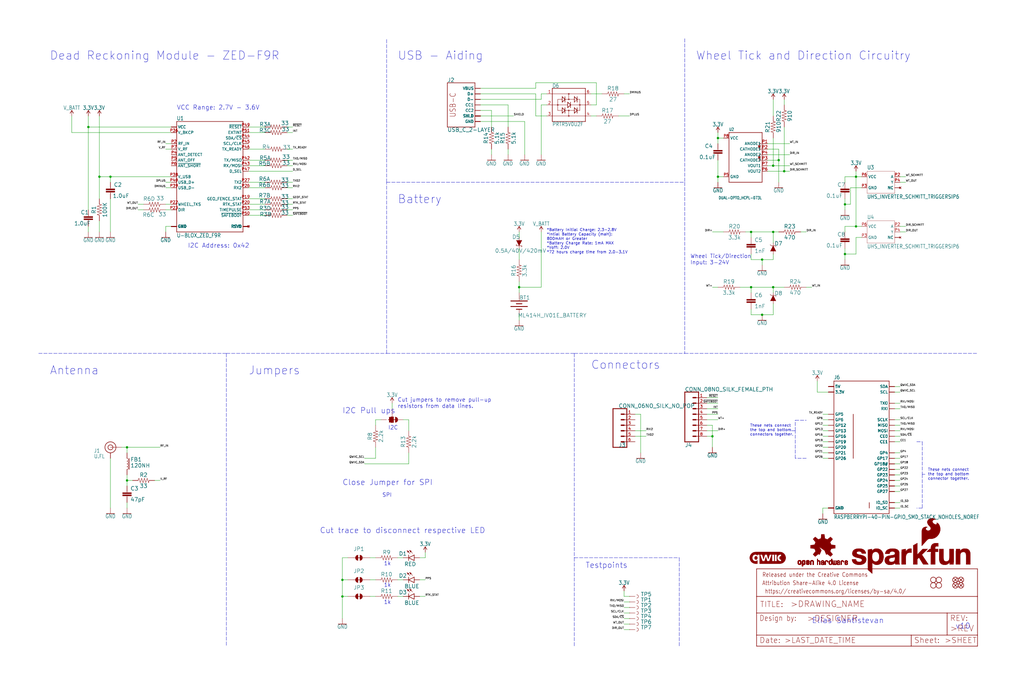
<source format=kicad_sch>
(kicad_sch (version 20211123) (generator eeschema)
  (paper "User" 470.967 317.906)
  (lib_symbols
    (symbol "SparkFun_GPS_ZED-F9R_pHat-eagle-import:0.1UF-0402-10V-10%-X7R"
      (property "Reference" "C" (at 1.524 2.921 0))
      (property "Value" "0.1UF-0402-10V-10%-X7R" (at 1.524 -2.159 0))
      (symbol "0.1UF-0402-10V-10%-X7R_1_0"
        (pin passive line (at 0 5.08 270) (length 2.54) (name "1") (number "1"))
        (pin passive line (at 0 -2.54 90) (length 2.54) (name "2") (number "2"))
      )
    )
    (symbol "SparkFun_GPS_ZED-F9R_pHat-eagle-import:1.0NF{slash}1000PF-0402-25V-10%-X7R"
      (property "Reference" "C" (at 1.524 2.921 0))
      (property "Value" "1.0NF{slash}1000PF-0402-25V-10%-X7R" (at 1.524 -2.159 0))
      (symbol "1.0NF{slash}1000PF-0402-25V-10%-X7R_1_0"
        (pin passive line (at 0 5.08 270) (length 2.54) (name "1") (number "1"))
        (pin passive line (at 0 -2.54 90) (length 2.54) (name "2") (number "2"))
      )
    )
    (symbol "SparkFun_GPS_ZED-F9R_pHat-eagle-import:1.0UF-0402-16V-10%"
      (property "Reference" "C" (at 1.524 2.921 0))
      (property "Value" "1.0UF-0402-16V-10%" (at 1.524 -2.159 0))
      (symbol "1.0UF-0402-16V-10%_1_0"
        (pin passive line (at 0 5.08 270) (length 2.54) (name "1") (number "1"))
        (pin passive line (at 0 -2.54 90) (length 2.54) (name "2") (number "2"))
      )
    )
    (symbol "SparkFun_GPS_ZED-F9R_pHat-eagle-import:100KOHM-0402-1{slash}16W-1%"
      (property "Reference" "R" (at 0 1.524 0))
      (property "Value" "100KOHM-0402-1{slash}16W-1%" (at 0 -1.524 0))
      (symbol "100KOHM-0402-1{slash}16W-1%_1_0"
        (pin passive line (at -5.08 0 0) (length 2.54) (name "1") (number "1"))
        (pin passive line (at 5.08 0 180) (length 2.54) (name "2") (number "2"))
      )
    )
    (symbol "SparkFun_GPS_ZED-F9R_pHat-eagle-import:1KOHM-0603-1{slash}10W-1%"
      (property "Reference" "R" (at 0 1.524 0))
      (property "Value" "1KOHM-0603-1{slash}10W-1%" (at 0 -1.524 0))
      (symbol "1KOHM-0603-1{slash}10W-1%_1_0"
        (pin passive line (at -5.08 0 0) (length 2.54) (name "1") (number "1"))
        (pin passive line (at 5.08 0 180) (length 2.54) (name "2") (number "2"))
      )
    )
    (symbol "SparkFun_GPS_ZED-F9R_pHat-eagle-import:2.2KOHM-0603-1{slash}10W-1%"
      (property "Reference" "R" (at 0 1.524 0))
      (property "Value" "2.2KOHM-0603-1{slash}10W-1%" (at 0 -1.524 0))
      (symbol "2.2KOHM-0603-1{slash}10W-1%_1_0"
        (pin passive line (at -5.08 0 0) (length 2.54) (name "1") (number "1"))
        (pin passive line (at 5.08 0 180) (length 2.54) (name "2") (number "2"))
      )
    )
    (symbol "SparkFun_GPS_ZED-F9R_pHat-eagle-import:27OHM-0603-1{slash}10W-1%"
      (property "Reference" "R" (at 0 1.524 0))
      (property "Value" "27OHM-0603-1{slash}10W-1%" (at 0 -1.524 0))
      (symbol "27OHM-0603-1{slash}10W-1%_1_0"
        (pin passive line (at -5.08 0 0) (length 2.54) (name "1") (number "1"))
        (pin passive line (at 5.08 0 180) (length 2.54) (name "2") (number "2"))
      )
    )
    (symbol "SparkFun_GPS_ZED-F9R_pHat-eagle-import:3.3KOHM-0603-1{slash}10W-1%"
      (property "Reference" "R" (at 0 1.524 0))
      (property "Value" "3.3KOHM-0603-1{slash}10W-1%" (at 0 -1.524 0))
      (symbol "3.3KOHM-0603-1{slash}10W-1%_1_0"
        (pin passive line (at -5.08 0 0) (length 2.54) (name "1") (number "1"))
        (pin passive line (at 5.08 0 180) (length 2.54) (name "2") (number "2"))
      )
    )
    (symbol "SparkFun_GPS_ZED-F9R_pHat-eagle-import:3.3V" (power)
      (property "Value" "3.3V" (at 0 2.794 0))
      (symbol "3.3V_1_0"
        (pin power_in line (at 0 0 90) (length 2.54) (name "3.3V") (number "1"))
      )
    )
    (symbol "SparkFun_GPS_ZED-F9R_pHat-eagle-import:33OHM-0603-1{slash}10W-1%"
      (property "Reference" "R" (at 0 1.524 0))
      (property "Value" "33OHM-0603-1{slash}10W-1%" (at 0 -1.524 0))
      (symbol "33OHM-0603-1{slash}10W-1%_1_0"
        (pin passive line (at -5.08 0 0) (length 2.54) (name "1") (number "1"))
        (pin passive line (at 5.08 0 180) (length 2.54) (name "2") (number "2"))
      )
    )
    (symbol "SparkFun_GPS_ZED-F9R_pHat-eagle-import:33OHM_RA-1206-1{slash}16W-5%"
      (property "Reference" "R" (at 0 1.524 0))
      (property "Value" "33OHM_RA-1206-1{slash}16W-5%" (at 0 -1.524 0))
      (symbol "33OHM_RA-1206-1{slash}16W-5%_1_0"
        (pin passive line (at -5.08 0 0) (length 2.54) (name "1") (number "P1"))
        (pin passive line (at 5.08 0 180) (length 2.54) (name "2") (number "P8"))
      )
      (symbol "33OHM_RA-1206-1{slash}16W-5%_2_0"
        (pin passive line (at -5.08 0 0) (length 2.54) (name "1") (number "P2"))
        (pin passive line (at 5.08 0 180) (length 2.54) (name "2") (number "P7"))
      )
      (symbol "33OHM_RA-1206-1{slash}16W-5%_3_0"
        (pin passive line (at -5.08 0 0) (length 2.54) (name "1") (number "P3"))
        (pin passive line (at 5.08 0 180) (length 2.54) (name "2") (number "P6"))
      )
      (symbol "33OHM_RA-1206-1{slash}16W-5%_4_0"
        (pin passive line (at -5.08 0 0) (length 2.54) (name "1") (number "P4"))
        (pin passive line (at 5.08 0 180) (length 2.54) (name "2") (number "P5"))
      )
    )
    (symbol "SparkFun_GPS_ZED-F9R_pHat-eagle-import:470OHM-0603-1{slash}10W-1%"
      (property "Reference" "R" (at 0 1.524 0))
      (property "Value" "470OHM-0603-1{slash}10W-1%" (at 0 -1.524 0))
      (symbol "470OHM-0603-1{slash}10W-1%_1_0"
        (pin passive line (at -5.08 0 0) (length 2.54) (name "1") (number "1"))
        (pin passive line (at 5.08 0 180) (length 2.54) (name "2") (number "2"))
      )
    )
    (symbol "SparkFun_GPS_ZED-F9R_pHat-eagle-import:47PF-0402-25V-5%-X7R"
      (property "Reference" "C" (at 1.524 2.921 0))
      (property "Value" "47PF-0402-25V-5%-X7R" (at 1.524 -2.159 0))
      (symbol "47PF-0402-25V-5%-X7R_1_0"
        (pin passive line (at 0 5.08 270) (length 2.54) (name "1") (number "1"))
        (pin passive line (at 0 -2.54 90) (length 2.54) (name "2") (number "2"))
      )
    )
    (symbol "SparkFun_GPS_ZED-F9R_pHat-eagle-import:5.1KOHM-0402-1{slash}16W-1%"
      (property "Reference" "R" (at 0 1.524 0))
      (property "Value" "5.1KOHM-0402-1{slash}16W-1%" (at 0 -1.524 0))
      (symbol "5.1KOHM-0402-1{slash}16W-1%_1_0"
        (pin passive line (at -5.08 0 0) (length 2.54) (name "1") (number "1"))
        (pin passive line (at 5.08 0 180) (length 2.54) (name "2") (number "2"))
      )
    )
    (symbol "SparkFun_GPS_ZED-F9R_pHat-eagle-import:910OHM-0603-1{slash}10W-5%"
      (property "Reference" "R" (at 0 1.524 0))
      (property "Value" "910OHM-0603-1{slash}10W-5%" (at 0 -1.524 0))
      (symbol "910OHM-0603-1{slash}10W-5%_1_0"
        (pin passive line (at -5.08 0 0) (length 2.54) (name "1") (number "1"))
        (pin passive line (at 5.08 0 180) (length 2.54) (name "2") (number "2"))
      )
    )
    (symbol "SparkFun_GPS_ZED-F9R_pHat-eagle-import:CONN_06NO_SILK_NO_POP"
      (property "Reference" "J" (at -5.08 10.668 0))
      (property "Value" "CONN_06NO_SILK_NO_POP" (at -5.08 -9.906 0))
      (symbol "CONN_06NO_SILK_NO_POP_1_0"
        (pin passive line (at 5.08 -5.08 180) (length 5.08) (name "1") (number "1"))
        (pin passive line (at 5.08 -2.54 180) (length 5.08) (name "2") (number "2"))
        (pin passive line (at 5.08 0 180) (length 5.08) (name "3") (number "3"))
        (pin passive line (at 5.08 2.54 180) (length 5.08) (name "4") (number "4"))
        (pin passive line (at 5.08 5.08 180) (length 5.08) (name "5") (number "5"))
        (pin passive line (at 5.08 7.62 180) (length 5.08) (name "6") (number "6"))
      )
    )
    (symbol "SparkFun_GPS_ZED-F9R_pHat-eagle-import:CONN_08NO_SILK_FEMALE_PTH"
      (property "Reference" "J" (at -5.08 13.208 0))
      (property "Value" "CONN_08NO_SILK_FEMALE_PTH" (at -5.08 -12.446 0))
      (symbol "CONN_08NO_SILK_FEMALE_PTH_1_0"
        (pin passive line (at 5.08 -7.62 180) (length 5.08) (name "1") (number "1"))
        (pin passive line (at 5.08 -5.08 180) (length 5.08) (name "2") (number "2"))
        (pin passive line (at 5.08 -2.54 180) (length 5.08) (name "3") (number "3"))
        (pin passive line (at 5.08 0 180) (length 5.08) (name "4") (number "4"))
        (pin passive line (at 5.08 2.54 180) (length 5.08) (name "5") (number "5"))
        (pin passive line (at 5.08 5.08 180) (length 5.08) (name "6") (number "6"))
        (pin passive line (at 5.08 7.62 180) (length 5.08) (name "7") (number "7"))
        (pin passive line (at 5.08 10.16 180) (length 5.08) (name "8") (number "8"))
      )
    )
    (symbol "SparkFun_GPS_ZED-F9R_pHat-eagle-import:DIODE-SCHOTTKY-PMEG4005EJ"
      (property "Reference" "D" (at -2.54 2.032 0))
      (property "Value" "DIODE-SCHOTTKY-PMEG4005EJ" (at -2.54 -2.032 0))
      (symbol "DIODE-SCHOTTKY-PMEG4005EJ_1_0"
        (pin passive line (at -2.54 0 0) (length 0) (name "A") (number "A"))
        (pin passive line (at 2.54 0 180) (length 0) (name "C") (number "C"))
      )
    )
    (symbol "SparkFun_GPS_ZED-F9R_pHat-eagle-import:DIODE-ZENER-BZX84C15LT3G"
      (property "Reference" "D" (at -2.54 2.032 0))
      (property "Value" "DIODE-ZENER-BZX84C15LT3G" (at -2.54 -2.032 0))
      (symbol "DIODE-ZENER-BZX84C15LT3G_1_0"
        (pin passive line (at -2.54 0 0) (length 0) (name "A") (number "1"))
        (pin passive line (at 2.54 0 180) (length 0) (name "C") (number "3"))
      )
    )
    (symbol "SparkFun_GPS_ZED-F9R_pHat-eagle-import:DUAL-OPTO_HCPL-073L"
      (property "Reference" "U" (at -7.62 10.922 0))
      (property "Value" "DUAL-OPTO_HCPL-073L" (at -7.62 -15.24 0))
      (symbol "DUAL-OPTO_HCPL-073L_1_0"
        (pin input line (at 10.16 5.08 180) (length 2.54) (name "ANODE1") (number "P1"))
        (pin input line (at 10.16 2.54 180) (length 2.54) (name "CATHODE1") (number "P2"))
        (pin input line (at 10.16 -2.54 180) (length 2.54) (name "CATHODE2") (number "P3"))
        (pin input line (at 10.16 0 180) (length 2.54) (name "ANODE2") (number "P4"))
        (pin power_in line (at -10.16 -10.16 0) (length 2.54) (name "GND") (number "P5"))
        (pin output line (at 10.16 -7.62 180) (length 2.54) (name "VOUT2") (number "P6"))
        (pin output line (at 10.16 -5.08 180) (length 2.54) (name "VOUT1") (number "P7"))
        (pin power_in line (at -10.16 7.62 0) (length 2.54) (name "VCC") (number "P8"))
      )
    )
    (symbol "SparkFun_GPS_ZED-F9R_pHat-eagle-import:FERRITE_BEAD_GNSS"
      (property "Reference" "FB" (at 1.27 2.54 0))
      (property "Value" "FERRITE_BEAD_GNSS" (at 1.27 -2.54 0))
      (symbol "FERRITE_BEAD_GNSS_1_0"
        (pin passive line (at 0 5.08 270) (length 2.54) (name "1") (number "P1"))
        (pin passive line (at 0 -5.08 90) (length 2.54) (name "2") (number "P2"))
      )
    )
    (symbol "SparkFun_GPS_ZED-F9R_pHat-eagle-import:FIDUCIALUFIDUCIAL")
    (symbol "SparkFun_GPS_ZED-F9R_pHat-eagle-import:FRAME-LEDGER"
      (symbol "FRAME-LEDGER_2_0"
        (text " https://creativecommons.org/licenses/by-sa/4.0/" (at 2.54 24.13 0) (effects (font (size 1.9304 1.6408)) (justify left bottom)))
        (text ">DESIGNER" (at 23.114 11.176 0) (effects (font (size 2.7432 2.7432)) (justify left bottom)))
        (text ">DRAWING_NAME" (at 15.494 17.78 0) (effects (font (size 2.7432 2.7432)) (justify left bottom)))
        (text ">LAST_DATE_TIME" (at 12.7 1.27 0) (effects (font (size 2.54 2.54)) (justify left bottom)))
        (text ">REV" (at 88.9 6.604 0) (effects (font (size 2.7432 2.7432)) (justify left bottom)))
        (text ">SHEET" (at 86.36 1.27 0) (effects (font (size 2.54 2.54)) (justify left bottom)))
        (text "Attribution Share-Alike 4.0 License" (at 2.54 27.94 0) (effects (font (size 1.9304 1.6408)) (justify left bottom)))
        (text "Date:" (at 1.27 1.27 0) (effects (font (size 2.54 2.54)) (justify left bottom)))
        (text "Design by:" (at 1.27 11.43 0) (effects (font (size 2.54 2.159)) (justify left bottom)))
        (text "Released under the Creative Commons" (at 2.54 31.75 0) (effects (font (size 1.9304 1.6408)) (justify left bottom)))
        (text "REV:" (at 88.9 11.43 0) (effects (font (size 2.54 2.54)) (justify left bottom)))
        (text "Sheet:" (at 72.39 1.27 0) (effects (font (size 2.54 2.54)) (justify left bottom)))
        (text "TITLE:" (at 1.524 17.78 0) (effects (font (size 2.54 2.54)) (justify left bottom)))
      )
    )
    (symbol "SparkFun_GPS_ZED-F9R_pHat-eagle-import:GND" (power)
      (property "Value" "GND" (at 0 -0.254 0))
      (symbol "GND_1_0"
        (pin power_in line (at 0 2.54 270) (length 2.54) (name "GND") (number "1"))
      )
    )
    (symbol "SparkFun_GPS_ZED-F9R_pHat-eagle-import:JUMPER-SMT_2_NC_TRACE_SILK"
      (property "Reference" "JP" (at -2.54 2.54 0))
      (property "Value" "JUMPER-SMT_2_NC_TRACE_SILK" (at -2.54 -2.54 0))
      (symbol "JUMPER-SMT_2_NC_TRACE_SILK_1_0"
        (pin passive line (at -5.08 0 0) (length 2.54) (name "1") (number "1"))
        (pin passive line (at 5.08 0 180) (length 2.54) (name "2") (number "2"))
      )
    )
    (symbol "SparkFun_GPS_ZED-F9R_pHat-eagle-import:JUMPER-SMT_3_2-NC_TRACE_SILK"
      (property "Reference" "JP" (at 2.54 0.381 0))
      (property "Value" "JUMPER-SMT_3_2-NC_TRACE_SILK" (at 2.54 -0.381 0))
      (symbol "JUMPER-SMT_3_2-NC_TRACE_SILK_1_0"
        (pin passive line (at 0 5.08 270) (length 2.54) (name "1") (number "1"))
        (pin passive line (at -5.08 0 0) (length 2.54) (name "2") (number "2"))
        (pin passive line (at 0 -5.08 90) (length 2.54) (name "3") (number "3"))
      )
    )
    (symbol "SparkFun_GPS_ZED-F9R_pHat-eagle-import:LED-BLUE0603"
      (property "Reference" "D" (at -3.429 -4.572 90))
      (property "Value" "LED-BLUE0603" (at 1.905 -4.572 90))
      (symbol "LED-BLUE0603_1_0"
        (pin passive line (at 0 2.54 270) (length 2.54) (name "A") (number "A"))
        (pin passive line (at 0 -5.08 90) (length 2.54) (name "C") (number "C"))
      )
    )
    (symbol "SparkFun_GPS_ZED-F9R_pHat-eagle-import:LED-RED0603"
      (property "Reference" "D" (at -3.429 -4.572 90))
      (property "Value" "LED-RED0603" (at 1.905 -4.572 90))
      (symbol "LED-RED0603_1_0"
        (pin passive line (at 0 2.54 270) (length 2.54) (name "A") (number "A"))
        (pin passive line (at 0 -5.08 90) (length 2.54) (name "C") (number "C"))
      )
    )
    (symbol "SparkFun_GPS_ZED-F9R_pHat-eagle-import:ML414H_IV01E_BATTERY"
      (property "Reference" "BT" (at 0 4.318 0))
      (property "Value" "ML414H_IV01E_BATTERY" (at 0 -4.318 0))
      (symbol "ML414H_IV01E_BATTERY_1_0"
        (pin power_in line (at -5.08 0 0) (length 2.54) (name "+") (number "+"))
        (pin power_in line (at 5.08 0 180) (length 2.54) (name "-") (number "-"))
      )
    )
    (symbol "SparkFun_GPS_ZED-F9R_pHat-eagle-import:OSHW-LOGOM")
    (symbol "SparkFun_GPS_ZED-F9R_pHat-eagle-import:PRTR5V0U2F"
      (property "Reference" "D" (at -7.62 7.874 0))
      (property "Value" "PRTR5V0U2F" (at -7.62 -7.874 0))
      (symbol "PRTR5V0U2F_1_0"
        (pin bidirectional line (at -10.16 5.08 0) (length 2.54) (name "1") (number "1"))
        (pin bidirectional line (at -10.16 0 0) (length 2.54) (name "2") (number "2"))
        (pin bidirectional line (at -10.16 -5.08 0) (length 2.54) (name "3") (number "3"))
        (pin bidirectional line (at 10.16 -5.08 180) (length 2.54) (name "4") (number "4"))
        (pin bidirectional line (at 10.16 0 180) (length 2.54) (name "5") (number "5"))
        (pin bidirectional line (at 10.16 5.08 180) (length 2.54) (name "6") (number "6"))
      )
    )
    (symbol "SparkFun_GPS_ZED-F9R_pHat-eagle-import:QWIIC_LOGO_5MM")
    (symbol "SparkFun_GPS_ZED-F9R_pHat-eagle-import:RASPBERRYPI-40-PIN-GPIO_SMD_STACK_NOHOLES_NOREF"
      (property "Reference" "J" (at -12.7 28.702 0))
      (property "Value" "RASPBERRYPI-40-PIN-GPIO_SMD_STACK_NOHOLES_NOREF" (at -12.7 -35.56 0))
      (symbol "RASPBERRYPI-40-PIN-GPIO_SMD_STACK_NOHOLES_NOREF_1_0"
        (pin power_in line (at -15.24 22.86 0) (length 2.54) (name "3.3V") (number "1"))
        (pin input line (at 15.24 15.24 180) (length 2.54) (name "RXI") (number "10"))
        (pin input line (at 15.24 15.24 180) (length 2.54) (name "RXI") (number "10B"))
        (pin bidirectional line (at 15.24 -7.62 180) (length 2.54) (name "GP17") (number "11"))
        (pin bidirectional line (at 15.24 -7.62 180) (length 2.54) (name "GP17") (number "11B"))
        (pin bidirectional line (at 15.24 -10.16 180) (length 2.54) (name "GP18#") (number "12"))
        (pin bidirectional line (at 15.24 -10.16 180) (length 2.54) (name "GP18#") (number "12B"))
        (pin bidirectional line (at 15.24 -22.86 180) (length 2.54) (name "GP27") (number "13"))
        (pin bidirectional line (at 15.24 -22.86 180) (length 2.54) (name "GP27") (number "13B"))
        (pin power_in line (at -15.24 -30.48 0) (length 2.54) (name "GND") (number "14"))
        (pin power_in line (at -15.24 -30.48 0) (length 2.54) (name "GND") (number "14B"))
        (pin bidirectional line (at 15.24 -12.7 180) (length 2.54) (name "GP22") (number "15"))
        (pin bidirectional line (at 15.24 -12.7 180) (length 2.54) (name "GP22") (number "15B"))
        (pin bidirectional line (at 15.24 -15.24 180) (length 2.54) (name "GP23") (number "16"))
        (pin bidirectional line (at 15.24 -15.24 180) (length 2.54) (name "GP23") (number "16B"))
        (pin power_in line (at -15.24 22.86 0) (length 2.54) (name "3.3V") (number "17"))
        (pin power_in line (at -15.24 22.86 0) (length 2.54) (name "3.3V") (number "17B"))
        (pin bidirectional line (at 15.24 -17.78 180) (length 2.54) (name "GP24") (number "18"))
        (pin bidirectional line (at 15.24 -17.78 180) (length 2.54) (name "GP24") (number "18B"))
        (pin output line (at 15.24 5.08 180) (length 2.54) (name "MOSI") (number "19"))
        (pin output line (at 15.24 5.08 180) (length 2.54) (name "MOSI") (number "19B"))
        (pin power_in line (at -15.24 22.86 0) (length 2.54) (name "3.3V") (number "1B"))
        (pin power_in line (at -15.24 25.4 0) (length 2.54) (name "5V") (number "2"))
        (pin power_in line (at -15.24 -30.48 0) (length 2.54) (name "GND") (number "20"))
        (pin power_in line (at -15.24 -30.48 0) (length 2.54) (name "GND") (number "20B"))
        (pin input line (at 15.24 7.62 180) (length 2.54) (name "MISO") (number "21"))
        (pin input line (at 15.24 7.62 180) (length 2.54) (name "MISO") (number "21B"))
        (pin bidirectional line (at 15.24 -20.32 180) (length 2.54) (name "GP25") (number "22"))
        (pin bidirectional line (at 15.24 -20.32 180) (length 2.54) (name "GP25") (number "22B"))
        (pin output line (at 15.24 10.16 180) (length 2.54) (name "SCLK") (number "23"))
        (pin output line (at 15.24 10.16 180) (length 2.54) (name "SCLK") (number "23B"))
        (pin output line (at 15.24 2.54 180) (length 2.54) (name "CE0") (number "24"))
        (pin output line (at 15.24 2.54 180) (length 2.54) (name "CE0") (number "24B"))
        (pin power_in line (at -15.24 -30.48 0) (length 2.54) (name "GND") (number "25"))
        (pin power_in line (at -15.24 -30.48 0) (length 2.54) (name "GND") (number "25B"))
        (pin output line (at 15.24 0 180) (length 2.54) (name "CE1") (number "26"))
        (pin output line (at 15.24 0 180) (length 2.54) (name "CE1") (number "26B"))
        (pin bidirectional line (at 15.24 -27.94 180) (length 2.54) (name "ID_SD") (number "27"))
        (pin bidirectional line (at 15.24 -27.94 180) (length 2.54) (name "ID_SD") (number "27B"))
        (pin bidirectional line (at 15.24 -30.48 180) (length 2.54) (name "ID_SC") (number "28"))
        (pin bidirectional line (at 15.24 -30.48 180) (length 2.54) (name "ID_SC") (number "28B"))
        (pin bidirectional line (at -15.24 12.7 0) (length 2.54) (name "GP5") (number "29"))
        (pin bidirectional line (at -15.24 12.7 0) (length 2.54) (name "GP5") (number "29B"))
        (pin power_in line (at -15.24 25.4 0) (length 2.54) (name "5V") (number "2B"))
        (pin bidirectional line (at 15.24 25.4 180) (length 2.54) (name "SDA") (number "3"))
        (pin power_in line (at -15.24 -30.48 0) (length 2.54) (name "GND") (number "30"))
        (pin power_in line (at -15.24 -30.48 0) (length 2.54) (name "GND") (number "30B"))
        (pin bidirectional line (at -15.24 10.16 0) (length 2.54) (name "GP6") (number "31"))
        (pin bidirectional line (at -15.24 10.16 0) (length 2.54) (name "GP6") (number "31B"))
        (pin bidirectional line (at -15.24 7.62 0) (length 2.54) (name "GP12") (number "32"))
        (pin bidirectional line (at -15.24 7.62 0) (length 2.54) (name "GP12") (number "32B"))
        (pin bidirectional line (at -15.24 5.08 0) (length 2.54) (name "GP13") (number "33"))
        (pin bidirectional line (at -15.24 5.08 0) (length 2.54) (name "GP13") (number "33B"))
        (pin power_in line (at -15.24 -30.48 0) (length 2.54) (name "GND") (number "34"))
        (pin power_in line (at -15.24 -30.48 0) (length 2.54) (name "GND") (number "34B"))
        (pin bidirectional line (at -15.24 0 0) (length 2.54) (name "GP19") (number "35"))
        (pin bidirectional line (at -15.24 0 0) (length 2.54) (name "GP19") (number "35B"))
        (pin bidirectional line (at -15.24 2.54 0) (length 2.54) (name "GP16") (number "36"))
        (pin bidirectional line (at -15.24 2.54 0) (length 2.54) (name "GP16") (number "36B"))
        (pin bidirectional line (at -15.24 -7.62 0) (length 2.54) (name "GP26") (number "37"))
        (pin bidirectional line (at -15.24 -7.62 0) (length 2.54) (name "GP26") (number "37B"))
        (pin bidirectional line (at -15.24 -2.54 0) (length 2.54) (name "GP20") (number "38"))
        (pin bidirectional line (at -15.24 -2.54 0) (length 2.54) (name "GP20") (number "38B"))
        (pin power_in line (at -15.24 -30.48 0) (length 2.54) (name "GND") (number "39"))
        (pin power_in line (at -15.24 -30.48 0) (length 2.54) (name "GND") (number "39B"))
        (pin bidirectional line (at 15.24 25.4 180) (length 2.54) (name "SDA") (number "3B"))
        (pin power_in line (at -15.24 25.4 0) (length 2.54) (name "5V") (number "4"))
        (pin bidirectional line (at -15.24 -5.08 0) (length 2.54) (name "GP21") (number "40"))
        (pin bidirectional line (at -15.24 -5.08 0) (length 2.54) (name "GP21") (number "40B"))
        (pin power_in line (at -15.24 25.4 0) (length 2.54) (name "5V") (number "4B"))
        (pin bidirectional line (at 15.24 22.86 180) (length 2.54) (name "SCL") (number "5"))
        (pin bidirectional line (at 15.24 22.86 180) (length 2.54) (name "SCL") (number "5B"))
        (pin power_in line (at -15.24 -30.48 0) (length 2.54) (name "GND") (number "6"))
        (pin power_in line (at -15.24 -30.48 0) (length 2.54) (name "GND") (number "6B"))
        (pin bidirectional line (at 15.24 -5.08 180) (length 2.54) (name "GP4") (number "7"))
        (pin bidirectional line (at 15.24 -5.08 180) (length 2.54) (name "GP4") (number "7B"))
        (pin output line (at 15.24 17.78 180) (length 2.54) (name "TXO") (number "8"))
        (pin output line (at 15.24 17.78 180) (length 2.54) (name "TXO") (number "8B"))
        (pin power_in line (at -15.24 -30.48 0) (length 2.54) (name "GND") (number "9"))
        (pin power_in line (at -15.24 -30.48 0) (length 2.54) (name "GND") (number "9B"))
      )
    )
    (symbol "SparkFun_GPS_ZED-F9R_pHat-eagle-import:SFE_LOGO_NAME_FLAME.2_INCH")
    (symbol "SparkFun_GPS_ZED-F9R_pHat-eagle-import:STAND-OFFTIGHT")
    (symbol "SparkFun_GPS_ZED-F9R_pHat-eagle-import:TEST-POINT3X4"
      (property "Reference" "TP" (at -2.54 2.54 0))
      (property "Value" "TEST-POINT3X4" (at -2.54 -2.54 0))
      (symbol "TEST-POINT3X4_1_0"
        (pin bidirectional line (at 0 0 180) (length 0) (name "1") (number "P$1"))
      )
    )
    (symbol "SparkFun_GPS_ZED-F9R_pHat-eagle-import:U-BLOX_ZED_F9R"
      (property "Reference" "U" (at -15.24 25.908 0))
      (property "Value" "U-BLOX_ZED_F9R" (at -15.24 -27.94 0))
      (symbol "U-BLOX_ZED_F9R_1_0"
        (pin power_in line (at -17.78 -22.86 0) (length 2.54) (name "GND") (number "G1"))
        (pin power_in line (at -17.78 -22.86 0) (length 2.54) (name "GND") (number "G10"))
        (pin power_in line (at -17.78 -22.86 0) (length 2.54) (name "GND") (number "G11"))
        (pin power_in line (at -17.78 -22.86 0) (length 2.54) (name "GND") (number "G12"))
        (pin power_in line (at -17.78 -22.86 0) (length 2.54) (name "GND") (number "G13"))
        (pin power_in line (at -17.78 -22.86 0) (length 2.54) (name "GND") (number "G14"))
        (pin power_in line (at -17.78 -22.86 0) (length 2.54) (name "GND") (number "G15"))
        (pin power_in line (at -17.78 -22.86 0) (length 2.54) (name "GND") (number "G16"))
        (pin power_in line (at -17.78 -22.86 0) (length 2.54) (name "GND") (number "G17"))
        (pin power_in line (at -17.78 -22.86 0) (length 2.54) (name "GND") (number "G18"))
        (pin power_in line (at -17.78 -22.86 0) (length 2.54) (name "GND") (number "G19"))
        (pin power_in line (at -17.78 -22.86 0) (length 2.54) (name "GND") (number "G2"))
        (pin power_in line (at -17.78 -22.86 0) (length 2.54) (name "GND") (number "G20"))
        (pin power_in line (at -17.78 -22.86 0) (length 2.54) (name "GND") (number "G21"))
        (pin power_in line (at -17.78 -22.86 0) (length 2.54) (name "GND") (number "G22"))
        (pin power_in line (at -17.78 -22.86 0) (length 2.54) (name "GND") (number "G23"))
        (pin power_in line (at -17.78 -22.86 0) (length 2.54) (name "GND") (number "G24"))
        (pin power_in line (at -17.78 -22.86 0) (length 2.54) (name "GND") (number "G25"))
        (pin power_in line (at -17.78 -22.86 0) (length 2.54) (name "GND") (number "G26"))
        (pin power_in line (at -17.78 -22.86 0) (length 2.54) (name "GND") (number "G27"))
        (pin power_in line (at -17.78 -22.86 0) (length 2.54) (name "GND") (number "G28"))
        (pin power_in line (at -17.78 -22.86 0) (length 2.54) (name "GND") (number "G29"))
        (pin power_in line (at -17.78 -22.86 0) (length 2.54) (name "GND") (number "G3"))
        (pin power_in line (at -17.78 -22.86 0) (length 2.54) (name "GND") (number "G30"))
        (pin power_in line (at -17.78 -22.86 0) (length 2.54) (name "GND") (number "G31"))
        (pin power_in line (at -17.78 -22.86 0) (length 2.54) (name "GND") (number "G32"))
        (pin power_in line (at -17.78 -22.86 0) (length 2.54) (name "GND") (number "G33"))
        (pin power_in line (at -17.78 -22.86 0) (length 2.54) (name "GND") (number "G34"))
        (pin power_in line (at -17.78 -22.86 0) (length 2.54) (name "GND") (number "G35"))
        (pin power_in line (at -17.78 -22.86 0) (length 2.54) (name "GND") (number "G36"))
        (pin power_in line (at -17.78 -22.86 0) (length 2.54) (name "GND") (number "G37"))
        (pin power_in line (at -17.78 -22.86 0) (length 2.54) (name "GND") (number "G38"))
        (pin power_in line (at -17.78 -22.86 0) (length 2.54) (name "GND") (number "G39"))
        (pin power_in line (at -17.78 -22.86 0) (length 2.54) (name "GND") (number "G4"))
        (pin power_in line (at -17.78 -22.86 0) (length 2.54) (name "GND") (number "G40"))
        (pin power_in line (at -17.78 -22.86 0) (length 2.54) (name "GND") (number "G41"))
        (pin power_in line (at -17.78 -22.86 0) (length 2.54) (name "GND") (number "G42"))
        (pin power_in line (at -17.78 -22.86 0) (length 2.54) (name "GND") (number "G43"))
        (pin power_in line (at -17.78 -22.86 0) (length 2.54) (name "GND") (number "G44"))
        (pin power_in line (at -17.78 -22.86 0) (length 2.54) (name "GND") (number "G45"))
        (pin power_in line (at -17.78 -22.86 0) (length 2.54) (name "GND") (number "G46"))
        (pin power_in line (at -17.78 -22.86 0) (length 2.54) (name "GND") (number "G47"))
        (pin power_in line (at -17.78 -22.86 0) (length 2.54) (name "GND") (number "G48"))
        (pin power_in line (at -17.78 -22.86 0) (length 2.54) (name "GND") (number "G5"))
        (pin power_in line (at -17.78 -22.86 0) (length 2.54) (name "GND") (number "G6"))
        (pin power_in line (at -17.78 -22.86 0) (length 2.54) (name "GND") (number "G7"))
        (pin power_in line (at -17.78 -22.86 0) (length 2.54) (name "GND") (number "G8"))
        (pin power_in line (at -17.78 -22.86 0) (length 2.54) (name "GND") (number "G9"))
        (pin power_in line (at -17.78 -22.86 0) (length 2.54) (name "GND") (number "P1"))
        (pin no_connect line (at 17.78 -22.86 180) (length 2.54) (name "RSVD") (number "P10"))
        (pin no_connect line (at 17.78 -22.86 180) (length 2.54) (name "RSVD") (number "P11"))
        (pin power_in line (at -17.78 -22.86 0) (length 2.54) (name "GND") (number "P12"))
        (pin no_connect line (at 17.78 -22.86 180) (length 2.54) (name "RSVD") (number "P13"))
        (pin power_in line (at -17.78 -22.86 0) (length 2.54) (name "GND") (number "P14"))
        (pin no_connect line (at 17.78 -22.86 180) (length 2.54) (name "RSVD") (number "P15"))
        (pin no_connect line (at 17.78 -22.86 180) (length 2.54) (name "RSVD") (number "P16"))
        (pin no_connect line (at 17.78 -22.86 180) (length 2.54) (name "RSVD") (number "P17"))
        (pin no_connect line (at 17.78 -22.86 180) (length 2.54) (name "RSVD") (number "P18"))
        (pin output line (at 17.78 -10.16 180) (length 2.54) (name "GEO_FENCE_STAT") (number "P19"))
        (pin input line (at -17.78 15.24 0) (length 2.54) (name "RF_IN") (number "P2"))
        (pin output line (at 17.78 -12.7 180) (length 2.54) (name "RTK_STAT") (number "P20"))
        (pin no_connect line (at 17.78 -22.86 180) (length 2.54) (name "RSVD") (number "P21"))
        (pin input line (at -17.78 -12.7 0) (length 2.54) (name "WHEEL_TKS") (number "P22"))
        (pin input line (at -17.78 -15.24 0) (length 2.54) (name "DIR") (number "P23"))
        (pin no_connect line (at 17.78 -22.86 180) (length 2.54) (name "RSVD") (number "P24"))
        (pin no_connect line (at 17.78 -22.86 180) (length 2.54) (name "RSVD") (number "P25"))
        (pin input line (at 17.78 -5.08 180) (length 2.54) (name "RX2") (number "P26"))
        (pin output line (at 17.78 -2.54 180) (length 2.54) (name "TX2") (number "P27"))
        (pin no_connect line (at 17.78 -22.86 180) (length 2.54) (name "RSVD") (number "P28"))
        (pin no_connect line (at 17.78 -22.86 180) (length 2.54) (name "RSVD") (number "P29"))
        (pin power_in line (at -17.78 -22.86 0) (length 2.54) (name "GND") (number "P3"))
        (pin no_connect line (at 17.78 -22.86 180) (length 2.54) (name "RSVD") (number "P30"))
        (pin no_connect line (at 17.78 -22.86 180) (length 2.54) (name "RSVD") (number "P31"))
        (pin power_in line (at -17.78 -22.86 0) (length 2.54) (name "GND") (number "P32"))
        (pin power_in line (at -17.78 22.86 0) (length 2.54) (name "VCC") (number "P33"))
        (pin power_in line (at -17.78 22.86 0) (length 2.54) (name "VCC") (number "P34"))
        (pin no_connect line (at 17.78 -22.86 180) (length 2.54) (name "RSVD") (number "P35"))
        (pin power_in line (at -17.78 20.32 0) (length 2.54) (name "V_BKCP") (number "P36"))
        (pin power_in line (at -17.78 -22.86 0) (length 2.54) (name "GND") (number "P37"))
        (pin power_in line (at -17.78 0 0) (length 2.54) (name "V_USB") (number "P38"))
        (pin bidirectional line (at -17.78 -5.08 0) (length 2.54) (name "USB_D-") (number "P39"))
        (pin input line (at -17.78 10.16 0) (length 2.54) (name "ANT_DETECT") (number "P4"))
        (pin bidirectional line (at -17.78 -2.54 0) (length 2.54) (name "USB_D+") (number "P40"))
        (pin power_in line (at -17.78 -22.86 0) (length 2.54) (name "GND") (number "P41"))
        (pin bidirectional line (at 17.78 7.62 180) (length 2.54) (name "TX/MISO") (number "P42"))
        (pin bidirectional line (at 17.78 5.08 180) (length 2.54) (name "RX/MOSI") (number "P43"))
        (pin bidirectional line (at 17.78 17.78 180) (length 2.54) (name "SDA/~{CS}") (number "P44"))
        (pin bidirectional line (at 17.78 15.24 180) (length 2.54) (name "SCL/CLK") (number "P45"))
        (pin bidirectional line (at 17.78 12.7 180) (length 2.54) (name "TX_READY") (number "P46"))
        (pin bidirectional line (at 17.78 2.54 180) (length 2.54) (name "D_SEL") (number "P47"))
        (pin power_in line (at -17.78 -22.86 0) (length 2.54) (name "GND") (number "P48"))
        (pin bidirectional line (at 17.78 22.86 180) (length 2.54) (name "~{RESET}") (number "P49"))
        (pin output line (at -17.78 7.62 0) (length 2.54) (name "ANT_OFF") (number "P5"))
        (pin input line (at 17.78 -17.78 180) (length 2.54) (name "~{SAFEBOOT}") (number "P50"))
        (pin bidirectional line (at 17.78 20.32 180) (length 2.54) (name "EXTINT") (number "P51"))
        (pin no_connect line (at 17.78 -22.86 180) (length 2.54) (name "RSVD") (number "P52"))
        (pin output line (at 17.78 -15.24 180) (length 2.54) (name "TIMEPULSE") (number "P53"))
        (pin no_connect line (at 17.78 -22.86 180) (length 2.54) (name "RSVD") (number "P54"))
        (pin output line (at -17.78 5.08 0) (length 2.54) (name "~{ANT_SHORT}") (number "P6"))
        (pin output line (at -17.78 12.7 0) (length 2.54) (name "V_RF") (number "P7"))
        (pin no_connect line (at 17.78 -22.86 180) (length 2.54) (name "RSVD") (number "P8"))
        (pin no_connect line (at 17.78 -22.86 180) (length 2.54) (name "RSVD") (number "P9"))
      )
    )
    (symbol "SparkFun_GPS_ZED-F9R_pHat-eagle-import:U.FL2PIN"
      (property "Reference" "J" (at 2.54 -5.08 0))
      (property "Value" "U.FL2PIN" (at 2.54 -7.62 0))
      (symbol "U.FL2PIN_1_0"
        (pin bidirectional line (at 0 -5.08 90) (length 2.54) (name "GND") (number "1"))
        (pin bidirectional line (at 0 -5.08 90) (length 2.54) (name "GND") (number "2"))
        (pin bidirectional line (at 5.08 0 180) (length 5.08) (name "SIGNAL") (number "FEED"))
      )
    )
    (symbol "SparkFun_GPS_ZED-F9R_pHat-eagle-import:UHS_INVERTER_SCHMITT_TRIGGERSIP6"
      (property "Reference" "U" (at -2.54 5.842 0))
      (property "Value" "UHS_INVERTER_SCHMITT_TRIGGERSIP6" (at -2.54 -7.62 0))
      (symbol "UHS_INVERTER_SCHMITT_TRIGGERSIP6_1_0"
        (pin no_connect line (at 12.7 -2.54 180) (length 2.54) (name "NC") (number "P1"))
        (pin bidirectional line (at 12.7 2.54 180) (length 2.54) (name "A") (number "P2"))
        (pin power_in line (at -5.08 -2.54 0) (length 2.54) (name "GND") (number "P3"))
        (pin bidirectional line (at 12.7 0 180) (length 2.54) (name "Y") (number "P4"))
        (pin no_connect line (at 12.7 -2.54 180) (length 2.54) (name "NC") (number "P5"))
        (pin power_in line (at -5.08 2.54 0) (length 2.54) (name "VCC") (number "P6"))
      )
    )
    (symbol "SparkFun_GPS_ZED-F9R_pHat-eagle-import:USB_C_2-LAYER"
      (property "Reference" "J" (at -2.54 10.414 0))
      (property "Value" "USB_C_2-LAYER" (at -2.54 -12.446 0))
      (symbol "USB_C_2-LAYER_1_0"
        (text "USB-C" (at 0 0 900) (effects (font (size 2.54 2.159))))
        (pin bidirectional line (at 12.7 0 180) (length 2.54) (name "CC1") (number "A5"))
        (pin bidirectional line (at 12.7 5.08 180) (length 2.54) (name "D+") (number "A6"))
        (pin bidirectional line (at 12.7 2.54 180) (length 2.54) (name "D-") (number "A7"))
        (pin bidirectional line (at 12.7 -2.54 180) (length 2.54) (name "CC2") (number "B5"))
        (pin bidirectional line (at 12.7 5.08 180) (length 2.54) (name "D+") (number "B6"))
        (pin bidirectional line (at 12.7 2.54 180) (length 2.54) (name "D-") (number "B7"))
        (pin bidirectional line (at 12.7 -7.62 180) (length 2.54) (name "GND") (number "GND"))
        (pin bidirectional line (at 12.7 -7.62 180) (length 2.54) (name "GND") (number "GND2"))
        (pin bidirectional line (at 12.7 -5.08 180) (length 2.54) (name "SHLD") (number "SHLD1"))
        (pin bidirectional line (at 12.7 -5.08 180) (length 2.54) (name "SHLD") (number "SHLD2"))
        (pin bidirectional line (at 12.7 -5.08 180) (length 2.54) (name "SHLD") (number "SHLD3"))
        (pin bidirectional line (at 12.7 -5.08 180) (length 2.54) (name "SHLD") (number "SHLD4"))
        (pin bidirectional line (at 12.7 -5.08 180) (length 2.54) (name "SHLD") (number "SHLD5"))
        (pin bidirectional line (at 12.7 -5.08 180) (length 2.54) (name "SHLD") (number "SHLD6"))
        (pin bidirectional line (at 12.7 -5.08 180) (length 2.54) (name "SHLD") (number "SHLD7"))
        (pin bidirectional line (at 12.7 -5.08 180) (length 2.54) (name "SHLD") (number "SHLD8"))
        (pin bidirectional line (at 12.7 7.62 180) (length 2.54) (name "VBUS") (number "VBUS1"))
        (pin bidirectional line (at 12.7 7.62 180) (length 2.54) (name "VBUS") (number "VBUS2"))
      )
    )
    (symbol "SparkFun_GPS_ZED-F9R_pHat-eagle-import:V_BATT" (power)
      (property "Value" "V_BATT" (at 0 2.794 0))
      (symbol "V_BATT_1_0"
        (pin power_in line (at 0 0 90) (length 2.54) (name "V_BATT") (number "1"))
      )
    )
  )
  (junction (at 350.52 119.38))
  (junction (at 345.44 106.68))
  (junction (at 393.7 81.28))
  (junction (at 350.52 144.78))
  (junction (at 330.2 63.5))
  (junction (at 58.42 220.98))
  (junction (at 157.48 266.7))
  (junction (at 50.8 81.28))
  (junction (at 327.66 200.66))
  (junction (at 238.76 132.08))
  (junction (at 58.42 205.74))
  (junction (at 355.6 76.2))
  (junction (at 355.6 106.68))
  (junction (at 345.44 132.08))
  (junction (at 45.72 81.28))
  (junction (at 388.62 116.84))
  (junction (at 388.62 93.98))
  (junction (at 355.6 132.08))
  (junction (at 393.7 104.14))
  (junction (at 358.14 73.66))
  (junction (at 330.2 81.28))
  (junction (at 157.48 274.32))
  (junction (at 360.68 78.74))
  (junction (at 40.64 58.42))
  (wire (pts (xy 226.06 68.58) (xy 226.06 71.12)))
  (wire (pts (xy 375.92 180.34) (xy 375.92 175.26)))
  (wire (pts (xy 78.74 81.28) (xy 50.8 81.28)))
  (polyline (pts (xy 365.76 193.294) (xy 370.84 193.294)))
  (wire (pts (xy 325.12 187.96) (xy 330.2 187.96)))
  (wire (pts (xy 388.62 91.44) (xy 388.62 93.98)))
  (wire (pts (xy 246.38 53.34) (xy 251.46 53.34)))
  (wire (pts (xy 393.7 104.14) (xy 393.7 81.28)))
  (wire (pts (xy 132.08 96.52) (xy 134.62 96.52)))
  (wire (pts (xy 411.48 233.68) (xy 414.02 233.68)))
  (wire (pts (xy 353.06 68.58) (xy 358.14 68.58)))
  (wire (pts (xy 132.08 83.82) (xy 134.62 83.82)))
  (wire (pts (xy 353.06 71.12) (xy 363.22 71.12)))
  (wire (pts (xy 182.88 266.7) (xy 185.42 266.7)))
  (wire (pts (xy 274.32 38.1) (xy 274.32 48.26)))
  (wire (pts (xy 78.74 68.58) (xy 76.2 68.58)))
  (wire (pts (xy 381 193.04) (xy 378.46 193.04)))
  (polyline (pts (xy 424.18 218.186) (xy 425.45 218.186)))
  (wire (pts (xy 248.92 43.18) (xy 251.46 43.18)))
  (wire (pts (xy 396.24 104.14) (xy 393.7 104.14)))
  (wire (pts (xy 132.08 86.36) (xy 134.62 86.36)))
  (wire (pts (xy 345.44 142.24) (xy 345.44 144.78)))
  (wire (pts (xy 233.68 48.26) (xy 233.68 58.42)))
  (wire (pts (xy 393.7 116.84) (xy 388.62 116.84)))
  (wire (pts (xy 45.72 91.44) (xy 45.72 81.28)))
  (wire (pts (xy 381 190.5) (xy 378.46 190.5)))
  (wire (pts (xy 332.74 63.5) (xy 330.2 63.5)))
  (wire (pts (xy 238.76 147.32) (xy 238.76 144.78)))
  (wire (pts (xy 388.62 106.68) (xy 388.62 104.14)))
  (polyline (pts (xy 177.8 162.56) (xy 264.16 162.56)))
  (wire (pts (xy 340.36 132.08) (xy 345.44 132.08)))
  (polyline (pts (xy 177.8 162.56) (xy 177.8 83.82)))
  (wire (pts (xy 345.44 144.78) (xy 350.52 144.78)))
  (polyline (pts (xy 104.14 162.56) (xy 177.8 162.56)))
  (wire (pts (xy 132.08 58.42) (xy 134.62 58.42)))
  (wire (pts (xy 345.44 119.38) (xy 350.52 119.38)))
  (wire (pts (xy 360.68 48.26) (xy 360.68 45.72)))
  (wire (pts (xy 345.44 116.84) (xy 345.44 119.38)))
  (wire (pts (xy 284.48 53.34) (xy 289.56 53.34)))
  (wire (pts (xy 132.08 68.58) (xy 134.62 68.58)))
  (wire (pts (xy 182.88 274.32) (xy 185.42 274.32)))
  (wire (pts (xy 287.02 43.18) (xy 289.56 43.18)))
  (wire (pts (xy 342.9 106.68) (xy 345.44 106.68)))
  (wire (pts (xy 292.1 190.5) (xy 294.64 190.5)))
  (wire (pts (xy 345.44 106.68) (xy 355.6 106.68)))
  (wire (pts (xy 246.38 38.1) (xy 274.32 38.1)))
  (wire (pts (xy 391.16 93.98) (xy 388.62 93.98)))
  (wire (pts (xy 345.44 132.08) (xy 355.6 132.08)))
  (wire (pts (xy 172.72 205.74) (xy 172.72 210.82)))
  (wire (pts (xy 355.6 106.68) (xy 358.14 106.68)))
  (wire (pts (xy 274.32 53.34) (xy 271.78 53.34)))
  (wire (pts (xy 358.14 73.66) (xy 358.14 83.82)))
  (wire (pts (xy 358.14 68.58) (xy 358.14 73.66)))
  (wire (pts (xy 66.04 93.98) (xy 63.5 93.98)))
  (wire (pts (xy 325.12 193.04) (xy 330.2 193.04)))
  (wire (pts (xy 121.92 86.36) (xy 114.3 86.36)))
  (wire (pts (xy 360.68 58.42) (xy 360.68 78.74)))
  (wire (pts (xy 287.02 276.86) (xy 289.56 276.86)))
  (wire (pts (xy 355.6 134.62) (xy 355.6 132.08)))
  (wire (pts (xy 396.24 109.22) (xy 393.7 109.22)))
  (wire (pts (xy 325.12 195.58) (xy 327.66 195.58)))
  (wire (pts (xy 330.2 63.5) (xy 330.2 66.04)))
  (polyline (pts (xy 365.76 198.12) (xy 363.22 198.12)))
  (wire (pts (xy 238.76 134.62) (xy 238.76 132.08)))
  (wire (pts (xy 195.58 256.54) (xy 193.04 256.54)))
  (wire (pts (xy 78.74 104.14) (xy 76.2 104.14)))
  (wire (pts (xy 195.58 254) (xy 195.58 256.54)))
  (wire (pts (xy 193.04 266.7) (xy 195.58 266.7)))
  (wire (pts (xy 220.98 53.34) (xy 236.22 53.34)))
  (wire (pts (xy 414.02 81.28) (xy 416.56 81.28)))
  (wire (pts (xy 187.96 193.04) (xy 185.42 193.04)))
  (wire (pts (xy 381 233.68) (xy 378.46 233.68)))
  (wire (pts (xy 330.2 63.5) (xy 330.2 60.96)))
  (wire (pts (xy 78.74 86.36) (xy 76.2 86.36)))
  (wire (pts (xy 411.48 185.42) (xy 414.02 185.42)))
  (polyline (pts (xy 264.16 162.56) (xy 264.16 256.54)))
  (wire (pts (xy 58.42 233.68) (xy 58.42 231.14)))
  (wire (pts (xy 325.12 190.5) (xy 330.2 190.5)))
  (wire (pts (xy 325.12 200.66) (xy 327.66 200.66)))
  (wire (pts (xy 330.2 81.28) (xy 330.2 73.66)))
  (wire (pts (xy 396.24 86.36) (xy 391.16 86.36)))
  (wire (pts (xy 121.92 99.06) (xy 114.3 99.06)))
  (wire (pts (xy 114.3 78.74) (xy 134.62 78.74)))
  (wire (pts (xy 271.78 43.18) (xy 276.86 43.18)))
  (wire (pts (xy 411.48 210.82) (xy 414.02 210.82)))
  (wire (pts (xy 220.98 45.72) (xy 248.92 45.72)))
  (wire (pts (xy 289.56 284.48) (xy 287.02 284.48)))
  (wire (pts (xy 388.62 104.14) (xy 393.7 104.14)))
  (wire (pts (xy 220.98 48.26) (xy 233.68 48.26)))
  (wire (pts (xy 132.08 91.44) (xy 134.62 91.44)))
  (wire (pts (xy 76.2 93.98) (xy 78.74 93.98)))
  (wire (pts (xy 332.74 81.28) (xy 330.2 81.28)))
  (wire (pts (xy 157.48 274.32) (xy 157.48 284.48)))
  (wire (pts (xy 76.2 104.14) (xy 76.2 106.68)))
  (wire (pts (xy 353.06 66.04) (xy 363.22 66.04)))
  (wire (pts (xy 238.76 132.08) (xy 238.76 129.54)))
  (wire (pts (xy 45.72 81.28) (xy 45.72 53.34)))
  (wire (pts (xy 411.48 198.12) (xy 414.02 198.12)))
  (wire (pts (xy 170.18 274.32) (xy 172.72 274.32)))
  (wire (pts (xy 121.92 96.52) (xy 114.3 96.52)))
  (wire (pts (xy 381 210.82) (xy 378.46 210.82)))
  (wire (pts (xy 175.26 193.04) (xy 172.72 193.04)))
  (polyline (pts (xy 312.42 256.54) (xy 312.42 297.18)))
  (wire (pts (xy 355.6 63.5) (xy 355.6 76.2)))
  (wire (pts (xy 327.66 200.66) (xy 327.66 195.58)))
  (wire (pts (xy 292.1 200.66) (xy 297.18 200.66)))
  (wire (pts (xy 411.48 177.8) (xy 414.02 177.8)))
  (wire (pts (xy 381 195.58) (xy 378.46 195.58)))
  (wire (pts (xy 330.2 81.28) (xy 330.2 83.82)))
  (polyline (pts (xy 365.76 198.12) (xy 365.76 193.294)))
  (wire (pts (xy 411.48 226.06) (xy 414.02 226.06)))
  (wire (pts (xy 353.06 73.66) (xy 358.14 73.66)))
  (wire (pts (xy 381 205.74) (xy 378.46 205.74)))
  (wire (pts (xy 411.48 208.28) (xy 414.02 208.28)))
  (wire (pts (xy 251.46 48.26) (xy 248.92 48.26)))
  (polyline (pts (xy 104.14 162.56) (xy 104.14 297.18)))
  (wire (pts (xy 381 200.66) (xy 378.46 200.66)))
  (wire (pts (xy 76.2 96.52) (xy 78.74 96.52)))
  (wire (pts (xy 40.64 58.42) (xy 40.64 53.34)))
  (wire (pts (xy 355.6 139.7) (xy 355.6 144.78)))
  (wire (pts (xy 388.62 93.98) (xy 388.62 96.52)))
  (wire (pts (xy 241.3 55.88) (xy 220.98 55.88)))
  (wire (pts (xy 172.72 193.04) (xy 172.72 195.58)))
  (wire (pts (xy 411.48 195.58) (xy 414.02 195.58)))
  (wire (pts (xy 121.92 83.82) (xy 114.3 83.82)))
  (wire (pts (xy 350.52 119.38) (xy 350.52 121.92)))
  (wire (pts (xy 274.32 48.26) (xy 271.78 48.26)))
  (wire (pts (xy 220.98 43.18) (xy 246.38 43.18)))
  (wire (pts (xy 121.92 73.66) (xy 114.3 73.66)))
  (wire (pts (xy 345.44 134.62) (xy 345.44 132.08)))
  (wire (pts (xy 33.02 60.96) (xy 33.02 53.34)))
  (wire (pts (xy 187.96 198.12) (xy 187.96 193.04)))
  (wire (pts (xy 391.16 86.36) (xy 391.16 93.98)))
  (wire (pts (xy 73.66 220.98) (xy 71.12 220.98)))
  (wire (pts (xy 50.8 83.82) (xy 50.8 81.28)))
  (wire (pts (xy 381 208.28) (xy 378.46 208.28)))
  (wire (pts (xy 187.96 213.36) (xy 167.64 213.36)))
  (polyline (pts (xy 424.18 233.68) (xy 421.64 233.68)))
  (polyline (pts (xy 370.84 210.82) (xy 365.76 210.82)))
  (wire (pts (xy 287.02 287.02) (xy 289.56 287.02)))
  (wire (pts (xy 160.02 266.7) (xy 157.48 266.7)))
  (wire (pts (xy 327.66 205.74) (xy 327.66 200.66)))
  (wire (pts (xy 355.6 132.08) (xy 360.68 132.08)))
  (wire (pts (xy 248.92 48.26) (xy 248.92 71.12)))
  (wire (pts (xy 325.12 185.42) (xy 330.2 185.42)))
  (polyline (pts (xy 424.18 203.2) (xy 424.18 218.186)))
  (wire (pts (xy 50.8 81.28) (xy 45.72 81.28)))
  (wire (pts (xy 355.6 116.84) (xy 355.6 119.38)))
  (wire (pts (xy 411.48 180.34) (xy 414.02 180.34)))
  (polyline (pts (xy 314.96 83.82) (xy 314.96 162.56)))
  (wire (pts (xy 121.92 91.44) (xy 114.3 91.44)))
  (wire (pts (xy 233.68 68.58) (xy 233.68 71.12)))
  (wire (pts (xy 355.6 53.34) (xy 355.6 45.72)))
  (polyline (pts (xy 365.76 210.82) (xy 365.76 198.12)))
  (wire (pts (xy 370.84 132.08) (xy 373.38 132.08)))
  (wire (pts (xy 411.48 200.66) (xy 414.02 200.66)))
  (wire (pts (xy 132.08 60.96) (xy 134.62 60.96)))
  (wire (pts (xy 248.92 132.08) (xy 248.92 106.68)))
  (wire (pts (xy 393.7 109.22) (xy 393.7 116.84)))
  (wire (pts (xy 325.12 182.88) (xy 330.2 182.88)))
  (wire (pts (xy 60.96 220.98) (xy 58.42 220.98)))
  (polyline (pts (xy 177.8 83.82) (xy 177.8 17.78)))
  (wire (pts (xy 238.76 109.22) (xy 238.76 106.68)))
  (wire (pts (xy 73.66 205.74) (xy 58.42 205.74)))
  (wire (pts (xy 58.42 205.74) (xy 55.88 205.74)))
  (wire (pts (xy 58.42 218.44) (xy 58.42 220.98)))
  (wire (pts (xy 378.46 233.68) (xy 378.46 236.22)))
  (wire (pts (xy 132.08 99.06) (xy 134.62 99.06)))
  (wire (pts (xy 360.68 78.74) (xy 363.22 78.74)))
  (wire (pts (xy 287.02 274.32) (xy 287.02 271.78)))
  (wire (pts (xy 40.64 96.52) (xy 40.64 58.42)))
  (wire (pts (xy 78.74 83.82) (xy 76.2 83.82)))
  (wire (pts (xy 388.62 116.84) (xy 388.62 119.38)))
  (wire (pts (xy 411.48 223.52) (xy 414.02 223.52)))
  (wire (pts (xy 381 198.12) (xy 378.46 198.12)))
  (wire (pts (xy 45.72 101.6) (xy 45.72 106.68)))
  (polyline (pts (xy 264.16 162.56) (xy 314.96 162.56)))
  (wire (pts (xy 121.92 76.2) (xy 114.3 76.2)))
  (wire (pts (xy 411.48 213.36) (xy 414.02 213.36)))
  (wire (pts (xy 220.98 40.64) (xy 246.38 40.64)))
  (wire (pts (xy 157.48 256.54) (xy 157.48 266.7)))
  (wire (pts (xy 157.48 266.7) (xy 157.48 274.32)))
  (wire (pts (xy 393.7 81.28) (xy 388.62 81.28)))
  (wire (pts (xy 411.48 215.9) (xy 414.02 215.9)))
  (wire (pts (xy 121.92 93.98) (xy 114.3 93.98)))
  (wire (pts (xy 58.42 220.98) (xy 58.42 223.52)))
  (wire (pts (xy 350.52 144.78) (xy 355.6 144.78)))
  (wire (pts (xy 368.3 106.68) (xy 370.84 106.68)))
  (wire (pts (xy 226.06 58.42) (xy 226.06 50.8)))
  (wire (pts (xy 241.3 55.88) (xy 241.3 71.12)))
  (polyline (pts (xy 264.16 256.54) (xy 312.42 256.54)))
  (wire (pts (xy 160.02 274.32) (xy 157.48 274.32)))
  (polyline (pts (xy 424.18 218.186) (xy 424.18 233.68)))
  (wire (pts (xy 330.2 132.08) (xy 327.66 132.08)))
  (wire (pts (xy 246.38 43.18) (xy 246.38 53.34)))
  (polyline (pts (xy 314.96 162.56) (xy 449.58 162.56)))
  (wire (pts (xy 187.96 208.28) (xy 187.96 213.36)))
  (wire (pts (xy 289.56 281.94) (xy 287.02 281.94)))
  (wire (pts (xy 160.02 256.54) (xy 157.48 256.54)))
  (wire (pts (xy 294.64 190.5) (xy 294.64 208.28)))
  (polyline (pts (xy 17.78 162.56) (xy 104.14 162.56)))
  (wire (pts (xy 78.74 66.04) (xy 76.2 66.04)))
  (wire (pts (xy 411.48 231.14) (xy 414.02 231.14)))
  (polyline (pts (xy 177.8 83.82) (xy 314.96 83.82)))
  (wire (pts (xy 170.18 266.7) (xy 172.72 266.7)))
  (wire (pts (xy 411.48 220.98) (xy 414.02 220.98)))
  (wire (pts (xy 246.38 38.1) (xy 246.38 40.64)))
  (wire (pts (xy 121.92 68.58) (xy 114.3 68.58)))
  (wire (pts (xy 78.74 58.42) (xy 40.64 58.42)))
  (wire (pts (xy 325.12 198.12) (xy 330.2 198.12)))
  (wire (pts (xy 287.02 289.56) (xy 289.56 289.56)))
  (wire (pts (xy 353.06 76.2) (xy 355.6 76.2)))
  (wire (pts (xy 396.24 81.28) (xy 393.7 81.28)))
  (wire (pts (xy 121.92 58.42) (xy 114.3 58.42)))
  (wire (pts (xy 350.52 119.38) (xy 355.6 119.38)))
  (wire (pts (xy 66.04 96.52) (xy 63.5 96.52)))
  (wire (pts (xy 248.92 45.72) (xy 248.92 43.18)))
  (wire (pts (xy 388.62 81.28) (xy 388.62 83.82)))
  (wire (pts (xy 353.06 78.74) (xy 360.68 78.74)))
  (wire (pts (xy 355.6 111.76) (xy 355.6 106.68)))
  (wire (pts (xy 40.64 104.14) (xy 40.64 106.68)))
  (wire (pts (xy 185.42 256.54) (xy 182.88 256.54)))
  (polyline (pts (xy 264.16 256.54) (xy 264.16 297.18)))
  (polyline (pts (xy 314.96 17.78) (xy 314.96 83.82)))
  (wire (pts (xy 411.48 203.2) (xy 414.02 203.2)))
  (wire (pts (xy 414.02 104.14) (xy 416.56 104.14)))
  (wire (pts (xy 287.02 279.4) (xy 289.56 279.4)))
  (wire (pts (xy 180.34 187.96) (xy 180.34 185.42)))
  (wire (pts (xy 238.76 132.08) (xy 248.92 132.08)))
  (wire (pts (xy 132.08 73.66) (xy 134.62 73.66)))
  (polyline (pts (xy 421.64 203.2) (xy 424.18 203.2)))
  (wire (pts (xy 132.08 76.2) (xy 134.62 76.2)))
  (wire (pts (xy 238.76 119.38) (xy 238.76 114.3)))
  (wire (pts (xy 381 180.34) (xy 375.92 180.34)))
  (wire (pts (xy 414.02 83.82) (xy 416.56 83.82)))
  (wire (pts (xy 121.92 60.96) (xy 114.3 60.96)))
  (wire (pts (xy 292.1 198.12) (xy 297.18 198.12)))
  (wire (pts (xy 50.8 210.82) (xy 50.8 233.68)))
  (wire (pts (xy 393.7 81.28) (xy 393.7 78.74)))
  (wire (pts (xy 327.66 106.68) (xy 332.74 106.68)))
  (wire (pts (xy 193.04 274.32) (xy 195.58 274.32)))
  (wire (pts (xy 50.8 91.44) (xy 50.8 106.68)))
  (wire (pts (xy 226.06 50.8) (xy 220.98 50.8)))
  (wire (pts (xy 172.72 256.54) (xy 170.18 256.54)))
  (wire (pts (xy 78.74 60.96) (xy 33.02 60.96)))
  (wire (pts (xy 414.02 106.68) (xy 416.56 106.68)))
  (wire (pts (xy 345.44 109.22) (xy 345.44 106.68)))
  (wire (pts (xy 381 203.2) (xy 378.46 203.2)))
  (wire (pts (xy 411.48 187.96) (xy 414.02 187.96)))
  (wire (pts (xy 388.62 114.3) (xy 388.62 116.84)))
  (wire (pts (xy 355.6 76.2) (xy 363.22 76.2)))
  (wire (pts (xy 289.56 274.32) (xy 287.02 274.32)))
  (wire (pts (xy 411.48 218.44) (xy 414.02 218.44)))
  (wire (pts (xy 411.48 193.04) (xy 414.02 193.04)))
  (wire (pts (xy 172.72 210.82) (xy 167.64 210.82)))
  (wire (pts (xy 58.42 208.28) (xy 58.42 205.74)))
  (wire (pts (xy 132.08 93.98) (xy 134.62 93.98)))
  (text "Cut trace to disconnect respective LED" (at 147.066 245.618 180) (effects (font (size 2.54 2.54)) (justify left bottom)))
  (text "Dead Reckoning Module - ZED-F9R" (at 22.86 27.94 180) (effects (font (size 3.81 3.81)) (justify left bottom)))
  (text "Elias Santistevan" (at 373.38 287.02 180) (effects (font (size 2.54 2.54)) (justify left bottom)))
  (text "I2C" (at 178.562 197.866 180) (effects (font (size 1.778 1.778)) (justify left bottom)))
  (text "v10" (at 439.42 289.56 180) (effects (font (size 2.54 2.54)) (justify left bottom)))
  (text "1k" (at 176.53 270.256 180) (effects (font (size 1.778 1.778)) (justify left bottom)))
  (text "These nets connect\nthe top and bottom\nconnector together." (at 426.72 220.98 0) (effects (font (size 1.27 1.27)) (justify left bottom)))
  (text "Jumpers" (at 114.3 172.72 180) (effects (font (size 3.81 3.81)) (justify left bottom)))
  (text "I2C Pull ups" (at 157.48 190.5 180) (effects (font (size 2.54 2.54)) (justify left bottom)))
  (text "*Battery Initial Charge: 2.3-2.8V\n*Intial Battery Capacity (maH):\n800mAH or Greater\n*Battery Charge Rate: 1mA MAX\n*Voff: 2.0V\n*72 hours charge time from 2.0-3.1V" (at 251.46 116.84 0) (effects (font (size 1.27 1.27)) (justify left bottom)))
  (text "SPI" (at 175.768 228.854 180) (effects (font (size 1.778 1.778)) (justify left bottom)))
  (text "These nets connect\nthe top and bottom\nconnectors together." (at 344.932 200.66 0) (effects (font (size 1.27 1.27)) (justify left bottom)))
  (text "Close Jumper for SPI" (at 157.48 223.52 180) (effects (font (size 2.54 2.54)) (justify left bottom)))
  (text "Connectors" (at 271.78 170.18 180) (effects (font (size 3.81 3.81)) (justify left bottom)))
  (text "Testpoints" (at 269.24 261.62 180) (effects (font (size 2.54 2.54)) (justify left bottom)))
  (text "Wheel Tick/Direction\nInput: 3-24V" (at 317.5 121.92 180) (effects (font (size 1.778 1.778)) (justify left bottom)))
  (text "Antenna" (at 22.86 172.72 180) (effects (font (size 3.81 3.81)) (justify left bottom)))
  (text "Wheel Tick and Direction Circuitry" (at 320.04 27.94 180) (effects (font (size 3.81 3.81)) (justify left bottom)))
  (text "1k" (at 176.53 278.13 180) (effects (font (size 1.778 1.778)) (justify left bottom)))
  (text "VCC Range: 2.7V - 3.6V" (at 81.28 50.8 180) (effects (font (size 2.032 2.032)) (justify left bottom)))
  (text "USB - Aiding" (at 182.88 27.94 180) (effects (font (size 3.81 3.81)) (justify left bottom)))
  (text "Battery" (at 182.88 93.98 180) (effects (font (size 3.81 3.81)) (justify left bottom)))
  (text "I2C Address: 0x42" (at 86.36 114.3 180) (effects (font (size 2.032 2.032)) (justify left bottom)))
  (text "1k" (at 176.53 260.35 180) (effects (font (size 1.778 1.778)) (justify left bottom)))
  (text "Cut jumpers to remove pull-up\nresistors from data lines." (at 182.88 187.96 0) (effects (font (size 1.778 1.778)) (justify left bottom)))
  (label "WT_OUT" (at 287.02 287.02 180) (effects (font (size 0.889 0.889))))
  (label "RXI/MOSI" (at 134.62 76.2 0) (effects (font (size 0.889 0.889))))
  (label "TXO/MISO" (at 414.02 187.96 0) (effects (font (size 0.889 0.889))))
  (label "WT+" (at 330.2 193.04 0) (effects (font (size 0.889 0.889))))
  (label "DMINUS" (at 76.2 86.36 180) (effects (font (size 0.889 0.889))))
  (label "PPS" (at 134.62 96.52 0) (effects (font (size 0.889 0.889))))
  (label "GP17" (at 414.02 210.82 0) (effects (font (size 0.889 0.889))))
  (label "WT_IN" (at 373.38 132.08 0) (effects (font (size 0.889 0.889))))
  (label "QWIIC_SCL" (at 167.64 210.82 180) (effects (font (size 0.889 0.889))))
  (label "DIR+" (at 327.66 106.68 180) (effects (font (size 0.889 0.889))))
  (label "~{RESET}" (at 134.62 58.42 0) (effects (font (size 0.889 0.889))))
  (label "RXI/MOSI" (at 287.02 276.86 180) (effects (font (size 0.889 0.889))))
  (label "GP26" (at 378.46 210.82 180) (effects (font (size 0.889 0.889))))
  (label "INT" (at 134.62 60.96 0) (effects (font (size 0.889 0.889))))
  (label "SDA/~{CS}" (at 414.02 200.66 0) (effects (font (size 0.889 0.889))))
  (label "DIR+" (at 330.2 198.12 0) (effects (font (size 0.889 0.889))))
  (label "PPS" (at 195.58 266.7 0) (effects (font (size 0.889 0.889))))
  (label "GP4" (at 414.02 208.28 0) (effects (font (size 0.889 0.889))))
  (label "GP6" (at 378.46 193.04 180) (effects (font (size 0.889 0.889))))
  (label "GP19" (at 378.46 203.2 180) (effects (font (size 0.889 0.889))))
  (label "DIR_OUT" (at 287.02 289.56 180) (effects (font (size 0.889 0.889))))
  (label "RF_IN" (at 73.66 205.74 0) (effects (font (size 0.889 0.889))))
  (label "GP24" (at 414.02 220.98 0) (effects (font (size 0.889 0.889))))
  (label "GP13" (at 378.46 198.12 180) (effects (font (size 0.889 0.889))))
  (label "DPLUS" (at 76.2 83.82 180) (effects (font (size 0.889 0.889))))
  (label "V_RF" (at 76.2 68.58 180) (effects (font (size 0.889 0.889))))
  (label "RXI2" (at 297.18 198.12 0) (effects (font (size 0.889 0.889))))
  (label "ID_SC" (at 414.02 233.68 0) (effects (font (size 0.889 0.889))))
  (label "TX_READY" (at 134.62 68.58 0) (effects (font (size 0.889 0.889))))
  (label "CE1" (at 414.02 203.2 0) (effects (font (size 0.889 0.889))))
  (label "WT+" (at 327.66 132.08 180) (effects (font (size 0.889 0.889))))
  (label "DPLUS" (at 289.56 53.34 0) (effects (font (size 0.889 0.889))))
  (label "TXO/MISO" (at 287.02 279.4 180) (effects (font (size 0.889 0.889))))
  (label "WT_SCHMITT" (at 416.56 81.28 0) (effects (font (size 0.889 0.889))))
  (label "ID_SD" (at 414.02 231.14 0) (effects (font (size 0.889 0.889))))
  (label "GP27" (at 414.02 226.06 0) (effects (font (size 0.889 0.889))))
  (label "TXO2" (at 134.62 83.82 0) (effects (font (size 0.889 0.889))))
  (label "GP21" (at 378.46 208.28 180) (effects (font (size 0.889 0.889))))
  (label "DIR_IN" (at 363.22 71.12 0) (effects (font (size 0.889 0.889))))
  (label "WT_IN" (at 363.22 66.04 0) (effects (font (size 0.889 0.889))))
  (label "DMINUS" (at 289.56 43.18 0) (effects (font (size 0.889 0.889))))
  (label "GP18" (at 414.02 213.36 0) (effects (font (size 0.889 0.889))))
  (label "V_RF" (at 73.66 220.98 0) (effects (font (size 0.889 0.889))))
  (label "WT_OUT" (at 63.5 93.98 180) (effects (font (size 0.889 0.889))))
  (label "RF_IN" (at 76.2 66.04 180) (effects (font (size 0.889 0.889))))
  (label "GEOF_STAT" (at 134.62 91.44 0) (effects (font (size 0.889 0.889))))
  (label "DIR_OUT" (at 416.56 106.68 0) (effects (font (size 0.889 0.889))))
  (label "WT_SCHMITT" (at 363.22 76.2 0) (effects (font (size 0.889 0.889))))
  (label "QWIIC_SCL" (at 414.02 180.34 0) (effects (font (size 0.889 0.889))))
  (label "GP20" (at 378.46 205.74 180) (effects (font (size 0.889 0.889))))
  (label "SCL/CLK" (at 287.02 281.94 180) (effects (font (size 0.889 0.889))))
  (label "INT" (at 330.2 187.96 180) (effects (font (size 0.889 0.889))))
  (label "TX_READY" (at 378.46 190.5 180) (effects (font (size 0.889 0.889))))
  (label "GP22" (at 414.02 215.9 0) (effects (font (size 0.889 0.889))))
  (label "RTK_STAT" (at 195.58 274.32 0) (effects (font (size 0.889 0.889))))
  (label "~{SAFEBOOT}" (at 134.62 99.06 0) (effects (font (size 0.889 0.889))))
  (label "SCL/CLK" (at 414.02 193.04 0) (effects (font (size 0.889 0.889))))
  (label "DIR_SCHMITT" (at 416.56 104.14 0) (effects (font (size 0.889 0.889))))
  (label "QWIIC_SDA" (at 414.02 177.8 0) (effects (font (size 0.889 0.889))))
  (label "GP16" (at 378.46 200.66 180) (effects (font (size 0.889 0.889))))
  (label "GP25" (at 414.02 223.52 0) (effects (font (size 0.889 0.889))))
  (label "GP23" (at 414.02 218.44 0) (effects (font (size 0.889 0.889))))
  (label "SHIELD" (at 236.22 53.34 0) (effects (font (size 0.889 0.889))))
  (label "GP12" (at 378.46 195.58 180) (effects (font (size 0.889 0.889))))
  (label "PPS" (at 330.2 190.5 180) (effects (font (size 0.889 0.889))))
  (label "D_SEL" (at 134.62 78.74 0) (effects (font (size 0.889 0.889))))
  (label "QWIIC_SDA" (at 167.64 213.36 180) (effects (font (size 0.889 0.889))))
  (label "DIR_OUT" (at 63.5 96.52 180) (effects (font (size 0.889 0.889))))
  (label "DIR_SCHMITT" (at 363.22 78.74 0) (effects (font (size 0.889 0.889))))
  (label "~{SAFEBOOT}" (at 330.2 185.42 180) (effects (font (size 0.889 0.889))))
  (label "RXI/MOSI" (at 414.02 198.12 0) (effects (font (size 0.889 0.889))))
  (label "RTK_STAT" (at 134.62 93.98 0) (effects (font (size 0.889 0.889))))
  (label "DIR_IN" (at 370.84 106.68 0) (effects (font (size 0.889 0.889))))
  (label "TXO/MISO" (at 134.62 73.66 0) (effects (font (size 0.889 0.889))))
  (label "TXO2" (at 297.18 200.66 0) (effects (font (size 0.889 0.889))))
  (label "WT_OUT" (at 416.56 83.82 0) (effects (font (size 0.889 0.889))))
  (label "SDA/~{CS}" (at 287.02 284.48 180) (effects (font (size 0.889 0.889))))
  (label "TXO/MISO" (at 414.02 195.58 0) (effects (font (size 0.889 0.889))))
  (label "RXI2" (at 134.62 86.36 0) (effects (font (size 0.889 0.889))))
  (label "~{RESET}" (at 330.2 182.88 180) (effects (font (size 0.889 0.889))))
  (label "RXI/MOSI" (at 414.02 185.42 0) (effects (font (size 0.889 0.889))))
  (symbol (lib_id "SparkFun_GPS_ZED-F9R_pHat-eagle-import:JUMPER-SMT_3_2-NC_TRACE_SILK") (at 180.34 193.04 270)
    (property "Reference" "JP6" (effects hide))
    (property "Value" "JUMPER-SMT_3_2-NC_TRACE_SILK" (effects hide))
    (property "Footprint" "SparkFun_GPS_ZED-F9R_pHat:SMT-JUMPER_3_2-NC_TRACE_SILK" (effects hide))
  )
  (symbol (lib_id "SparkFun_GPS_ZED-F9R_pHat-eagle-import:TEST-POINT3X4") (at 289.56 281.94 0)
    (property "Reference" "TP3" (at 294.64 281.94 0) (effects (font (size 1.778 1.778)) (justify left bottom)))
    (property "Value" "TEST-POINT3X4" (effects hide))
    (property "Footprint" "SparkFun_GPS_ZED-F9R_pHat:PAD.03X.04" (effects hide))
  )
  (symbol (lib_id "SparkFun_GPS_ZED-F9R_pHat-eagle-import:DIODE-ZENER-BZX84C15LT3G") (at 355.6 114.3 90)
    (property "Reference" "D7" (at 359.918 110.998 90) (effects (font (size 1.778 1.778)) (justify left bottom)))
    (property "Value" "15V" (effects hide))
    (property "Footprint" "SparkFun_GPS_ZED-F9R_pHat:SOT23-3" (effects hide))
  )
  (symbol (lib_id "SparkFun_GPS_ZED-F9R_pHat-eagle-import:470OHM-0603-1{slash}10W-1%") (at 365.76 132.08 0)
    (property "Reference" "R24" (at 365.76 130.556 0) (effects (font (size 1.778 1.778)) (justify bottom)))
    (property "Value" "470" (at 365.76 133.604 0) (effects (font (size 1.778 1.778)) (justify top)))
    (property "Footprint" "SparkFun_GPS_ZED-F9R_pHat:0603" (effects hide))
  )
  (symbol (lib_id "SparkFun_GPS_ZED-F9R_pHat-eagle-import:3.3KOHM-0603-1{slash}10W-1%") (at 337.82 106.68 0)
    (property "Reference" "R20" (at 337.82 105.156 0) (effects (font (size 1.778 1.778)) (justify bottom)))
    (property "Value" "3.3k" (at 337.82 108.204 0) (effects (font (size 1.778 1.778)) (justify top)))
    (property "Footprint" "SparkFun_GPS_ZED-F9R_pHat:0603" (effects hide))
  )
  (symbol (lib_id "SparkFun_GPS_ZED-F9R_pHat-eagle-import:GND") (at 50.8 109.22 0)
    (property "Reference" "#GND13" (effects hide))
    (property "Value" "GND" (at 50.8 109.474 0) (effects (font (size 1.778 1.5113)) (justify top)))
    (property "Footprint" "SparkFun_GPS_ZED-F9R_pHat:" (effects hide))
  )
  (symbol (lib_id "SparkFun_GPS_ZED-F9R_pHat-eagle-import:33OHM_RA-1206-1{slash}16W-5%") (at 127 76.2 180)
    (property "Reference" "R5" (at 121.666 74.168 0) (effects (font (size 1.778 1.778)) (justify bottom)))
    (property "Value" "33" (at 131.572 75.946 0) (effects (font (size 1.778 1.778)) (justify top)))
    (property "Footprint" "SparkFun_GPS_ZED-F9R_pHat:1206_RA" (effects hide))
  )
  (symbol (lib_id "SparkFun_GPS_ZED-F9R_pHat-eagle-import:33OHM_RA-1206-1{slash}16W-5%") (at 127 73.66 180)
    (property "Reference" "R5" (at 121.92 71.628 0) (effects (font (size 1.778 1.778)) (justify bottom)))
    (property "Value" "33" (at 131.572 73.152 0) (effects (font (size 1.778 1.778)) (justify top)))
    (property "Footprint" "SparkFun_GPS_ZED-F9R_pHat:1206_RA" (effects hide))
  )
  (symbol (lib_id "SparkFun_GPS_ZED-F9R_pHat-eagle-import:LED-RED0603") (at 190.5 256.54 270)
    (property "Reference" "D1" (at 183.388 255.651 90) (effects (font (size 1.778 1.778)) (justify left bottom)))
    (property "Value" "RED" (at 185.928 258.445 90) (effects (font (size 1.778 1.778)) (justify left top)))
    (property "Footprint" "SparkFun_GPS_ZED-F9R_pHat:LED-0603" (effects hide))
  )
  (symbol (lib_id "SparkFun_GPS_ZED-F9R_pHat-eagle-import:FIDUCIALUFIDUCIAL") (at 441.96 269.24 0)
    (property "Reference" "FD4" (effects hide))
    (property "Value" "FIDUCIALUFIDUCIAL" (effects hide))
    (property "Footprint" "SparkFun_GPS_ZED-F9R_pHat:FIDUCIAL-MICRO" (effects hide))
  )
  (symbol (lib_id "SparkFun_GPS_ZED-F9R_pHat-eagle-import:DIODE-SCHOTTKY-PMEG4005EJ") (at 238.76 111.76 270)
    (property "Reference" "D5" (at 235.458 109.982 90) (effects (font (size 1.778 1.778)) (justify left bottom)))
    (property "Value" "0.5A/40V/420mV" (at 227.584 114.3 90) (effects (font (size 1.778 1.778)) (justify left top)))
    (property "Footprint" "SparkFun_GPS_ZED-F9R_pHat:SOD-323" (effects hide))
  )
  (symbol (lib_id "SparkFun_GPS_ZED-F9R_pHat-eagle-import:33OHM_RA-1206-1{slash}16W-5%") (at 127 86.36 0)
    (property "Reference" "R6" (at 121.666 86.106 0) (effects (font (size 1.778 1.778)) (justify bottom)))
    (property "Value" "33" (at 131.064 84.328 0) (effects (font (size 1.778 1.778)) (justify top)))
    (property "Footprint" "SparkFun_GPS_ZED-F9R_pHat:1206_RA" (effects hide))
  )
  (symbol (lib_id "SparkFun_GPS_ZED-F9R_pHat-eagle-import:3.3V") (at 287.02 271.78 0)
    (property "Reference" "#SUPPLY8" (effects hide))
    (property "Value" "3.3V" (at 287.02 268.986 0) (effects (font (size 1.778 1.5113)) (justify bottom)))
    (property "Footprint" "SparkFun_GPS_ZED-F9R_pHat:" (effects hide))
  )
  (symbol (lib_id "SparkFun_GPS_ZED-F9R_pHat-eagle-import:U.FL2PIN") (at 50.8 205.74 0)
    (property "Reference" "J1" (at 43.18 208.28 0) (effects (font (size 1.778 1.5113)) (justify left bottom)))
    (property "Value" "U.FL" (at 43.18 210.82 0) (effects (font (size 1.778 1.5113)) (justify left bottom)))
    (property "Footprint" "SparkFun_GPS_ZED-F9R_pHat:U.FL" (effects hide))
  )
  (symbol (lib_id "SparkFun_GPS_ZED-F9R_pHat-eagle-import:TEST-POINT3X4") (at 289.56 287.02 0)
    (property "Reference" "TP6" (at 294.64 287.02 0) (effects (font (size 1.778 1.778)) (justify left bottom)))
    (property "Value" "TEST-POINT3X4" (effects hide))
    (property "Footprint" "SparkFun_GPS_ZED-F9R_pHat:PAD.03X.04" (effects hide))
  )
  (symbol (lib_id "SparkFun_GPS_ZED-F9R_pHat-eagle-import:SFE_LOGO_NAME_FLAME.2_INCH") (at 391.16 264.16 0)
    (property "Reference" "LOGO3" (effects hide))
    (property "Value" "SFE_LOGO_NAME_FLAME.2_INCH" (effects hide))
    (property "Footprint" "SparkFun_GPS_ZED-F9R_pHat:SFE_LOGO_NAME_FLAME_.2" (effects hide))
  )
  (symbol (lib_id "SparkFun_GPS_ZED-F9R_pHat-eagle-import:3.3KOHM-0603-1{slash}10W-1%") (at 335.28 132.08 0)
    (property "Reference" "R19" (at 335.28 130.556 0) (effects (font (size 1.778 1.778)) (justify bottom)))
    (property "Value" "3.3k" (at 335.28 133.604 0) (effects (font (size 1.778 1.778)) (justify top)))
    (property "Footprint" "SparkFun_GPS_ZED-F9R_pHat:0603" (effects hide))
  )
  (symbol (lib_id "SparkFun_GPS_ZED-F9R_pHat-eagle-import:27OHM-0603-1{slash}10W-1%") (at 281.94 43.18 0)
    (property "Reference" "R18" (at 281.94 41.656 0) (effects (font (size 1.778 1.778)) (justify bottom)))
    (property "Value" "27" (at 281.94 44.704 0) (effects (font (size 1.778 1.778)) (justify top)))
    (property "Footprint" "SparkFun_GPS_ZED-F9R_pHat:0603" (effects hide))
  )
  (symbol (lib_id "SparkFun_GPS_ZED-F9R_pHat-eagle-import:1KOHM-0603-1{slash}10W-1%") (at 177.8 266.7 0)
    (property "Reference" "R10" (at 177.8 265.176 0) (effects (font (size 1.778 1.778)) (justify bottom)))
    (property "Value" "1k" (effects hide))
    (property "Footprint" "SparkFun_GPS_ZED-F9R_pHat:0603" (effects hide))
  )
  (symbol (lib_id "SparkFun_GPS_ZED-F9R_pHat-eagle-import:RASPBERRYPI-40-PIN-GPIO_SMD_STACK_NOHOLES_NOREF") (at 396.24 203.2 0)
    (property "Reference" "J6" (at 383.54 174.498 0) (effects (font (size 1.778 1.5113)) (justify left bottom)))
    (property "Value" "RASPBERRYPI-40-PIN-GPIO_SMD_STACK_NOHOLES_NOREF" (at 383.54 238.76 0) (effects (font (size 1.778 1.5113)) (justify left bottom)))
    (property "Footprint" "SparkFun_GPS_ZED-F9R_pHat:RASPBERRY_PI_HAT_40_PIN_SMD_STACKABLE_NOHOLES_NOREF" (effects hide))
  )
  (symbol (lib_id "SparkFun_GPS_ZED-F9R_pHat-eagle-import:33OHM-0603-1{slash}10W-1%") (at 66.04 220.98 0)
    (property "Reference" "R2" (at 66.04 219.456 0) (effects (font (size 1.778 1.778)) (justify bottom)))
    (property "Value" "33" (at 66.04 222.504 0) (effects (font (size 1.778 1.778)) (justify top)))
    (property "Footprint" "SparkFun_GPS_ZED-F9R_pHat:0603" (effects hide))
  )
  (symbol (lib_id "SparkFun_GPS_ZED-F9R_pHat-eagle-import:33OHM_RA-1206-1{slash}16W-5%") (at 127 96.52 180)
    (property "Reference" "R3" (at 121.92 94.742 0) (effects (font (size 1.778 1.778)) (justify bottom)))
    (property "Value" "33" (at 131.064 96.266 0) (effects (font (size 1.778 1.778)) (justify top)))
    (property "Footprint" "SparkFun_GPS_ZED-F9R_pHat:1206_RA" (effects hide))
  )
  (symbol (lib_id "SparkFun_GPS_ZED-F9R_pHat-eagle-import:0.1UF-0402-10V-10%-X7R") (at 388.62 111.76 0)
    (property "Reference" "C8" (at 385.064 108.839 0) (effects (font (size 1.778 1.778)) (justify left bottom)))
    (property "Value" "0.1uF" (at 379.984 113.919 0) (effects (font (size 1.778 1.778)) (justify left bottom)))
    (property "Footprint" "SparkFun_GPS_ZED-F9R_pHat:0402" (effects hide))
  )
  (symbol (lib_id "SparkFun_GPS_ZED-F9R_pHat-eagle-import:V_BATT") (at 33.02 53.34 0)
    (property "Reference" "#SUPPLY6" (effects hide))
    (property "Value" "V_BATT" (at 33.02 50.546 0) (effects (font (size 1.778 1.5113)) (justify bottom)))
    (property "Footprint" "SparkFun_GPS_ZED-F9R_pHat:" (effects hide))
  )
  (symbol (lib_id "SparkFun_GPS_ZED-F9R_pHat-eagle-import:3.3V") (at 45.72 53.34 0)
    (property "Reference" "#SUPPLY14" (effects hide))
    (property "Value" "3.3V" (at 45.72 50.546 0) (effects (font (size 1.778 1.5113)) (justify bottom)))
    (property "Footprint" "SparkFun_GPS_ZED-F9R_pHat:" (effects hide))
  )
  (symbol (lib_id "SparkFun_GPS_ZED-F9R_pHat-eagle-import:1.0NF{slash}1000PF-0402-25V-10%-X7R") (at 345.44 139.7 0)
    (property "Reference" "C6" (at 346.964 136.779 0) (effects (font (size 1.778 1.778)) (justify left bottom)))
    (property "Value" "1nF" (at 346.964 141.859 0) (effects (font (size 1.778 1.778)) (justify left bottom)))
    (property "Footprint" "SparkFun_GPS_ZED-F9R_pHat:0402" (effects hide))
  )
  (symbol (lib_id "SparkFun_GPS_ZED-F9R_pHat-eagle-import:CONN_06NO_SILK_NO_POP") (at 287.02 195.58 0) (mirror x)
    (property "Reference" "J3" (at 284.48 203.708 0) (effects (font (size 1.778 1.778)) (justify left bottom)))
    (property "Value" "CONN_06NO_SILK_NO_POP" (at 284.48 185.674 0) (effects (font (size 1.778 1.778)) (justify left bottom)))
    (property "Footprint" "SparkFun_GPS_ZED-F9R_pHat:1X06_NO_SILK" (effects hide))
  )
  (symbol (lib_id "SparkFun_GPS_ZED-F9R_pHat-eagle-import:GND") (at 388.62 99.06 0)
    (property "Reference" "#GND21" (effects hide))
    (property "Value" "GND" (at 388.62 99.314 0) (effects (font (size 1.778 1.5113)) (justify top)))
    (property "Footprint" "SparkFun_GPS_ZED-F9R_pHat:" (effects hide))
  )
  (symbol (lib_id "SparkFun_GPS_ZED-F9R_pHat-eagle-import:2.2KOHM-0603-1{slash}10W-1%") (at 187.96 203.2 90)
    (property "Reference" "R13" (at 186.436 203.2 0) (effects (font (size 1.778 1.778)) (justify bottom)))
    (property "Value" "2.2k" (at 189.484 203.2 0) (effects (font (size 1.778 1.778)) (justify top)))
    (property "Footprint" "SparkFun_GPS_ZED-F9R_pHat:0603" (effects hide))
  )
  (symbol (lib_id "SparkFun_GPS_ZED-F9R_pHat-eagle-import:GND") (at 350.52 124.46 0)
    (property "Reference" "#GND14" (effects hide))
    (property "Value" "GND" (at 350.52 124.714 0) (effects (font (size 1.778 1.5113)) (justify top)))
    (property "Footprint" "SparkFun_GPS_ZED-F9R_pHat:" (effects hide))
  )
  (symbol (lib_id "SparkFun_GPS_ZED-F9R_pHat-eagle-import:FIDUCIALUFIDUCIAL") (at 439.42 269.24 0)
    (property "Reference" "FD2" (effects hide))
    (property "Value" "FIDUCIALUFIDUCIAL" (effects hide))
    (property "Footprint" "SparkFun_GPS_ZED-F9R_pHat:FIDUCIAL-MICRO" (effects hide))
  )
  (symbol (lib_id "SparkFun_GPS_ZED-F9R_pHat-eagle-import:33OHM_RA-1206-1{slash}16W-5%") (at 71.12 93.98 180)
    (property "Reference" "R6" (at 68.58 90.424 0) (effects (font (size 1.778 1.778)) (justify bottom)))
    (property "Value" "33" (at 73.66 92.202 0) (effects (font (size 1.778 1.778)) (justify top)))
    (property "Footprint" "SparkFun_GPS_ZED-F9R_pHat:1206_RA" (effects hide))
  )
  (symbol (lib_id "SparkFun_GPS_ZED-F9R_pHat-eagle-import:100KOHM-0402-1{slash}16W-1%") (at 45.72 96.52 90)
    (property "Reference" "R1" (at 44.196 96.52 0) (effects (font (size 1.778 1.778)) (justify bottom)))
    (property "Value" "100K" (at 47.244 96.52 0) (effects (font (size 1.778 1.778)) (justify top)))
    (property "Footprint" "SparkFun_GPS_ZED-F9R_pHat:0402" (effects hide))
  )
  (symbol (lib_id "SparkFun_GPS_ZED-F9R_pHat-eagle-import:STAND-OFFTIGHT") (at 429.26 269.24 0)
    (property "Reference" "H2" (effects hide))
    (property "Value" "STAND-OFFTIGHT" (effects hide))
    (property "Footprint" "SparkFun_GPS_ZED-F9R_pHat:STAND-OFF-TIGHT" (effects hide))
  )
  (symbol (lib_id "SparkFun_GPS_ZED-F9R_pHat-eagle-import:0.1UF-0402-10V-10%-X7R") (at 330.2 71.12 0)
    (property "Reference" "C4" (at 324.104 68.199 0) (effects (font (size 1.778 1.778)) (justify left bottom)))
    (property "Value" "0.1uF" (at 321.564 73.279 0) (effects (font (size 1.778 1.778)) (justify left bottom)))
    (property "Footprint" "SparkFun_GPS_ZED-F9R_pHat:0402" (effects hide))
  )
  (symbol (lib_id "SparkFun_GPS_ZED-F9R_pHat-eagle-import:3.3V") (at 195.58 254 0)
    (property "Reference" "#SUPPLY7" (effects hide))
    (property "Value" "3.3V" (at 195.58 251.206 0) (effects (font (size 1.778 1.5113)) (justify bottom)))
    (property "Footprint" "SparkFun_GPS_ZED-F9R_pHat:" (effects hide))
  )
  (symbol (lib_id "SparkFun_GPS_ZED-F9R_pHat-eagle-import:1.0UF-0402-16V-10%") (at 40.64 101.6 0)
    (property "Reference" "C1" (at 37.084 98.679 0) (effects (font (size 1.778 1.778)) (justify left bottom)))
    (property "Value" "1.0uF" (at 34.036 103.759 0) (effects (font (size 1.778 1.778)) (justify left bottom)))
    (property "Footprint" "SparkFun_GPS_ZED-F9R_pHat:0402" (effects hide))
  )
  (symbol (lib_id "SparkFun_GPS_ZED-F9R_pHat-eagle-import:GND") (at 327.66 208.28 0)
    (property "Reference" "#GND24" (effects hide))
    (property "Value" "GND" (at 327.66 208.534 0) (effects (font (size 1.778 1.5113)) (justify top)))
    (property "Footprint" "SparkFun_GPS_ZED-F9R_pHat:" (effects hide))
  )
  (symbol (lib_id "SparkFun_GPS_ZED-F9R_pHat-eagle-import:1KOHM-0603-1{slash}10W-1%") (at 177.8 256.54 0)
    (property "Reference" "R9" (at 177.8 255.016 0) (effects (font (size 1.778 1.778)) (justify bottom)))
    (property "Value" "1k" (effects hide))
    (property "Footprint" "SparkFun_GPS_ZED-F9R_pHat:0603" (effects hide))
  )
  (symbol (lib_id "SparkFun_GPS_ZED-F9R_pHat-eagle-import:GND") (at 226.06 73.66 0)
    (property "Reference" "#GND16" (effects hide))
    (property "Value" "GND" (at 223.52 76.2 0) (effects (font (size 1.778 1.5113)) (justify left bottom)))
    (property "Footprint" "SparkFun_GPS_ZED-F9R_pHat:" (effects hide))
  )
  (symbol (lib_id "SparkFun_GPS_ZED-F9R_pHat-eagle-import:GND") (at 238.76 149.86 0)
    (property "Reference" "#GND10" (effects hide))
    (property "Value" "GND" (at 238.76 150.114 0) (effects (font (size 1.778 1.5113)) (justify top)))
    (property "Footprint" "SparkFun_GPS_ZED-F9R_pHat:" (effects hide))
  )
  (symbol (lib_id "SparkFun_GPS_ZED-F9R_pHat-eagle-import:FIDUCIALUFIDUCIAL") (at 439.42 266.7 0)
    (property "Reference" "FD1" (effects hide))
    (property "Value" "FIDUCIALUFIDUCIAL" (effects hide))
    (property "Footprint" "SparkFun_GPS_ZED-F9R_pHat:FIDUCIAL-MICRO" (effects hide))
  )
  (symbol (lib_id "SparkFun_GPS_ZED-F9R_pHat-eagle-import:33OHM_RA-1206-1{slash}16W-5%") (at 127 91.44 0)
    (property "Reference" "R7" (at 121.666 90.932 0) (effects (font (size 1.778 1.778)) (justify bottom)))
    (property "Value" "33" (at 131.064 89.408 0) (effects (font (size 1.778 1.778)) (justify top)))
    (property "Footprint" "SparkFun_GPS_ZED-F9R_pHat:1206_RA" (effects hide))
  )
  (symbol (lib_id "SparkFun_GPS_ZED-F9R_pHat-eagle-import:33OHM_RA-1206-1{slash}16W-5%") (at 71.12 96.52 180)
    (property "Reference" "R6" (at 68.326 97.79 0) (effects (font (size 1.778 1.778)) (justify bottom)))
    (property "Value" "33" (at 74.676 99.568 0) (effects (font (size 1.778 1.778)) (justify top)))
    (property "Footprint" "SparkFun_GPS_ZED-F9R_pHat:1206_RA" (effects hide))
  )
  (symbol (lib_id "SparkFun_GPS_ZED-F9R_pHat-eagle-import:1.0NF{slash}1000PF-0402-25V-10%-X7R") (at 345.44 114.3 0)
    (property "Reference" "C5" (at 346.964 111.379 0) (effects (font (size 1.778 1.778)) (justify left bottom)))
    (property "Value" "1nF" (at 346.964 116.459 0) (effects (font (size 1.778 1.778)) (justify left bottom)))
    (property "Footprint" "SparkFun_GPS_ZED-F9R_pHat:0402" (effects hide))
  )
  (symbol (lib_id "SparkFun_GPS_ZED-F9R_pHat-eagle-import:3.3V") (at 330.2 60.96 0)
    (property "Reference" "#SUPPLY9" (effects hide))
    (property "Value" "3.3V" (at 330.2 58.166 0) (effects (font (size 1.778 1.5113)) (justify bottom)))
    (property "Footprint" "SparkFun_GPS_ZED-F9R_pHat:" (effects hide))
  )
  (symbol (lib_id "SparkFun_GPS_ZED-F9R_pHat-eagle-import:UHS_INVERTER_SCHMITT_TRIGGERSIP6") (at 401.32 83.82 0)
    (property "Reference" "U3" (at 398.78 77.978 0) (effects (font (size 1.778 1.5113)) (justify left bottom)))
    (property "Value" "UHS_INVERTER_SCHMITT_TRIGGERSIP6" (at 398.78 91.44 0) (effects (font (size 1.778 1.5113)) (justify left bottom)))
    (property "Footprint" "SparkFun_GPS_ZED-F9R_pHat:SIP6" (effects hide))
  )
  (symbol (lib_id "SparkFun_GPS_ZED-F9R_pHat-eagle-import:GND") (at 76.2 109.22 0)
    (property "Reference" "#GND8" (effects hide))
    (property "Value" "GND" (at 76.2 109.474 0) (effects (font (size 1.778 1.5113)) (justify top)))
    (property "Footprint" "SparkFun_GPS_ZED-F9R_pHat:" (effects hide))
  )
  (symbol (lib_id "SparkFun_GPS_ZED-F9R_pHat-eagle-import:LED-BLUE0603") (at 190.5 274.32 270)
    (property "Reference" "D3" (at 183.388 273.431 90) (effects (font (size 1.778 1.778)) (justify left bottom)))
    (property "Value" "BLUE" (at 185.928 276.225 90) (effects (font (size 1.778 1.778)) (justify left top)))
    (property "Footprint" "SparkFun_GPS_ZED-F9R_pHat:LED-0603" (effects hide))
  )
  (symbol (lib_id "SparkFun_GPS_ZED-F9R_pHat-eagle-import:JUMPER-SMT_2_NC_TRACE_SILK") (at 165.1 256.54 0)
    (property "Reference" "JP1" (at 167.64 251.46 0) (effects (font (size 1.778 1.778)) (justify right top)))
    (property "Value" "JUMPER-SMT_2_NC_TRACE_SILK" (effects hide))
    (property "Footprint" "SparkFun_GPS_ZED-F9R_pHat:SMT-JUMPER_2_NC_TRACE_SILK" (effects hide))
  )
  (symbol (lib_id "SparkFun_GPS_ZED-F9R_pHat-eagle-import:2.2KOHM-0603-1{slash}10W-1%") (at 172.72 200.66 90)
    (property "Reference" "R8" (at 171.196 200.66 0) (effects (font (size 1.778 1.778)) (justify bottom)))
    (property "Value" "2.2k" (at 174.244 200.66 0) (effects (font (size 1.778 1.778)) (justify top)))
    (property "Footprint" "SparkFun_GPS_ZED-F9R_pHat:0603" (effects hide))
  )
  (symbol (lib_id "SparkFun_GPS_ZED-F9R_pHat-eagle-import:GND") (at 248.92 73.66 0)
    (property "Reference" "#GND9" (effects hide))
    (property "Value" "GND" (at 246.38 76.2 0) (effects (font (size 1.778 1.5113)) (justify left bottom)))
    (property "Footprint" "SparkFun_GPS_ZED-F9R_pHat:" (effects hide))
  )
  (symbol (lib_id "SparkFun_GPS_ZED-F9R_pHat-eagle-import:GND") (at 45.72 109.22 0)
    (property "Reference" "#GND18" (effects hide))
    (property "Value" "GND" (at 45.72 109.474 0) (effects (font (size 1.778 1.5113)) (justify top)))
    (property "Footprint" "SparkFun_GPS_ZED-F9R_pHat:" (effects hide))
  )
  (symbol (lib_id "SparkFun_GPS_ZED-F9R_pHat-eagle-import:GND") (at 388.62 121.92 0)
    (property "Reference" "#GND12" (effects hide))
    (property "Value" "GND" (at 388.62 122.174 0) (effects (font (size 1.778 1.5113)) (justify top)))
    (property "Footprint" "SparkFun_GPS_ZED-F9R_pHat:" (effects hide))
  )
  (symbol (lib_id "SparkFun_GPS_ZED-F9R_pHat-eagle-import:3.3V") (at 238.76 106.68 0)
    (property "Reference" "#SUPPLY3" (effects hide))
    (property "Value" "3.3V" (at 238.76 103.886 0) (effects (font (size 1.778 1.5113)) (justify bottom)))
    (property "Footprint" "SparkFun_GPS_ZED-F9R_pHat:" (effects hide))
  )
  (symbol (lib_id "SparkFun_GPS_ZED-F9R_pHat-eagle-import:FIDUCIALUFIDUCIAL") (at 441.96 266.7 0)
    (property "Reference" "FD3" (effects hide))
    (property "Value" "FIDUCIALUFIDUCIAL" (effects hide))
    (property "Footprint" "SparkFun_GPS_ZED-F9R_pHat:FIDUCIAL-MICRO" (effects hide))
  )
  (symbol (lib_id "SparkFun_GPS_ZED-F9R_pHat-eagle-import:JUMPER-SMT_2_NC_TRACE_SILK") (at 165.1 274.32 0)
    (property "Reference" "JP3" (at 167.64 269.24 0) (effects (font (size 1.778 1.778)) (justify right top)))
    (property "Value" "JUMPER-SMT_2_NC_TRACE_SILK" (effects hide))
    (property "Footprint" "SparkFun_GPS_ZED-F9R_pHat:SMT-JUMPER_2_NC_TRACE_SILK" (effects hide))
  )
  (symbol (lib_id "SparkFun_GPS_ZED-F9R_pHat-eagle-import:FERRITE_BEAD_GNSS") (at 58.42 213.36 0)
    (property "Reference" "FB1" (at 59.944 212.344 0) (effects (font (size 1.778 1.778)) (justify left bottom)))
    (property "Value" "120NH" (at 59.944 213.106 0) (effects (font (size 1.778 1.778)) (justify left top)))
    (property "Footprint" "SparkFun_GPS_ZED-F9R_pHat:0402_MURATA" (effects hide))
  )
  (symbol (lib_id "SparkFun_GPS_ZED-F9R_pHat-eagle-import:STAND-OFFTIGHT") (at 431.8 269.24 0)
    (property "Reference" "H4" (effects hide))
    (property "Value" "STAND-OFFTIGHT" (effects hide))
    (property "Footprint" "SparkFun_GPS_ZED-F9R_pHat:STAND-OFF-TIGHT" (effects hide))
  )
  (symbol (lib_id "SparkFun_GPS_ZED-F9R_pHat-eagle-import:GND") (at 241.3 73.66 0)
    (property "Reference" "#GND20" (effects hide))
    (property "Value" "GND" (at 238.76 76.2 0) (effects (font (size 1.778 1.5113)) (justify left bottom)))
    (property "Footprint" "SparkFun_GPS_ZED-F9R_pHat:" (effects hide))
  )
  (symbol (lib_id "SparkFun_GPS_ZED-F9R_pHat-eagle-import:5.1KOHM-0402-1{slash}16W-1%") (at 226.06 63.5 90)
    (property "Reference" "R14" (at 224.536 63.5 0) (effects (font (size 1.778 1.778)) (justify bottom)))
    (property "Value" "5.1k" (at 227.584 63.5 0) (effects (font (size 1.778 1.778)) (justify top)))
    (property "Footprint" "SparkFun_GPS_ZED-F9R_pHat:0402" (effects hide))
  )
  (symbol (lib_id "SparkFun_GPS_ZED-F9R_pHat-eagle-import:1.0UF-0402-16V-10%") (at 50.8 88.9 0)
    (property "Reference" "C2" (at 52.324 85.979 0) (effects (font (size 1.778 1.778)) (justify left bottom)))
    (property "Value" "1.0uF" (at 51.816 91.059 0) (effects (font (size 1.778 1.778)) (justify left bottom)))
    (property "Footprint" "SparkFun_GPS_ZED-F9R_pHat:0402" (effects hide))
  )
  (symbol (lib_id "SparkFun_GPS_ZED-F9R_pHat-eagle-import:470OHM-0603-1{slash}10W-1%") (at 363.22 106.68 0)
    (property "Reference" "R23" (at 363.22 105.156 0) (effects (font (size 1.778 1.778)) (justify bottom)))
    (property "Value" "470" (at 363.22 108.204 0) (effects (font (size 1.778 1.778)) (justify top)))
    (property "Footprint" "SparkFun_GPS_ZED-F9R_pHat:0603" (effects hide))
  )
  (symbol (lib_id "SparkFun_GPS_ZED-F9R_pHat-eagle-import:GND") (at 58.42 236.22 0)
    (property "Reference" "#GND7" (effects hide))
    (property "Value" "GND" (at 58.42 236.474 0) (effects (font (size 1.778 1.5113)) (justify top)))
    (property "Footprint" "SparkFun_GPS_ZED-F9R_pHat:" (effects hide))
  )
  (symbol (lib_id "SparkFun_GPS_ZED-F9R_pHat-eagle-import:GND") (at 294.64 210.82 0)
    (property "Reference" "#GND5" (effects hide))
    (property "Value" "GND" (at 294.64 211.074 0) (effects (font (size 1.778 1.5113)) (justify top)))
    (property "Footprint" "SparkFun_GPS_ZED-F9R_pHat:" (effects hide))
  )
  (symbol (lib_id "SparkFun_GPS_ZED-F9R_pHat-eagle-import:UHS_INVERTER_SCHMITT_TRIGGERSIP6") (at 401.32 106.68 0)
    (property "Reference" "U4" (at 398.78 100.838 0) (effects (font (size 1.778 1.5113)) (justify left bottom)))
    (property "Value" "UHS_INVERTER_SCHMITT_TRIGGERSIP6" (at 398.78 114.3 0) (effects (font (size 1.778 1.5113)) (justify left bottom)))
    (property "Footprint" "SparkFun_GPS_ZED-F9R_pHat:SIP6" (effects hide))
  )
  (symbol (lib_id "SparkFun_GPS_ZED-F9R_pHat-eagle-import:GND") (at 233.68 73.66 0)
    (property "Reference" "#GND17" (effects hide))
    (property "Value" "GND" (at 231.14 76.2 0) (effects (font (size 1.778 1.5113)) (justify left bottom)))
    (property "Footprint" "SparkFun_GPS_ZED-F9R_pHat:" (effects hide))
  )
  (symbol (lib_id "SparkFun_GPS_ZED-F9R_pHat-eagle-import:FRAME-LEDGER") (at 347.98 297.18 0)
    (property "Reference" "FRAME1" (effects hide))
    (property "Value" "FRAME-LEDGER" (effects hide))
    (property "Footprint" "SparkFun_GPS_ZED-F9R_pHat:CREATIVE_COMMONS" (effects hide))
  )
  (symbol (lib_id "SparkFun_GPS_ZED-F9R_pHat-eagle-import:3.3V") (at 375.92 175.26 0)
    (property "Reference" "#SUPPLY11" (effects hide))
    (property "Value" "3.3V" (at 375.92 172.466 0) (effects (font (size 1.778 1.5113)) (justify bottom)))
    (property "Footprint" "SparkFun_GPS_ZED-F9R_pHat:" (effects hide))
  )
  (symbol (lib_id "SparkFun_GPS_ZED-F9R_pHat-eagle-import:DIODE-ZENER-BZX84C15LT3G") (at 355.6 137.16 90)
    (property "Reference" "D8" (at 359.918 133.858 90) (effects (font (size 1.778 1.778)) (justify left bottom)))
    (property "Value" "15V" (effects hide))
    (property "Footprint" "SparkFun_GPS_ZED-F9R_pHat:SOT23-3" (effects hide))
  )
  (symbol (lib_id "SparkFun_GPS_ZED-F9R_pHat-eagle-import:PRTR5V0U2F") (at 261.62 48.26 0)
    (property "Reference" "D6" (at 254 40.386 0) (effects (font (size 1.778 1.5113)) (justify left bottom)))
    (property "Value" "PRTR5V0U2F" (at 254 56.134 0) (effects (font (size 1.778 1.5113)) (justify left top)))
    (property "Footprint" "SparkFun_GPS_ZED-F9R_pHat:SOT886" (effects hide))
  )
  (symbol (lib_id "SparkFun_GPS_ZED-F9R_pHat-eagle-import:33OHM_RA-1206-1{slash}16W-5%") (at 127 83.82 0)
    (property "Reference" "R6" (at 121.666 83.312 0) (effects (font (size 1.778 1.778)) (justify bottom)))
    (property "Value" "33" (at 131.064 81.788 0) (effects (font (size 1.778 1.778)) (justify top)))
    (property "Footprint" "SparkFun_GPS_ZED-F9R_pHat:1206_RA" (effects hide))
  )
  (symbol (lib_id "SparkFun_GPS_ZED-F9R_pHat-eagle-import:LED-BLUE0603") (at 190.5 266.7 270)
    (property "Reference" "D2" (at 183.388 265.811 90) (effects (font (size 1.778 1.778)) (justify left bottom)))
    (property "Value" "BLUE" (at 185.928 268.605 90) (effects (font (size 1.778 1.778)) (justify left top)))
    (property "Footprint" "SparkFun_GPS_ZED-F9R_pHat:LED-0603" (effects hide))
  )
  (symbol (lib_id "SparkFun_GPS_ZED-F9R_pHat-eagle-import:GND") (at 50.8 236.22 0)
    (property "Reference" "#GND6" (effects hide))
    (property "Value" "GND" (at 50.8 236.474 0) (effects (font (size 1.778 1.5113)) (justify top)))
    (property "Footprint" "SparkFun_GPS_ZED-F9R_pHat:" (effects hide))
  )
  (symbol (lib_id "SparkFun_GPS_ZED-F9R_pHat-eagle-import:OSHW-LOGOM") (at 378.46 251.46 0)
    (property "Reference" "LOGO2" (effects hide))
    (property "Value" "OSHW-LOGOM" (effects hide))
    (property "Footprint" "SparkFun_GPS_ZED-F9R_pHat:OSHW-LOGO-M" (effects hide))
  )
  (symbol (lib_id "SparkFun_GPS_ZED-F9R_pHat-eagle-import:33OHM_RA-1206-1{slash}16W-5%") (at 127 99.06 180)
    (property "Reference" "R3" (at 122.174 97.536 0) (effects (font (size 1.778 1.778)) (justify bottom)))
    (property "Value" "33" (at 131.064 98.806 0) (effects (font (size 1.778 1.778)) (justify top)))
    (property "Footprint" "SparkFun_GPS_ZED-F9R_pHat:1206_RA" (effects hide))
  )
  (symbol (lib_id "SparkFun_GPS_ZED-F9R_pHat-eagle-import:910OHM-0603-1{slash}10W-5%") (at 360.68 53.34 90)
    (property "Reference" "R22" (at 359.156 53.34 0) (effects (font (size 1.778 1.778)) (justify bottom)))
    (property "Value" "910" (at 362.204 53.34 0) (effects (font (size 1.778 1.778)) (justify top)))
    (property "Footprint" "SparkFun_GPS_ZED-F9R_pHat:0603" (effects hide))
  )
  (symbol (lib_id "SparkFun_GPS_ZED-F9R_pHat-eagle-import:GND") (at 157.48 287.02 0)
    (property "Reference" "#GND19" (effects hide))
    (property "Value" "GND" (at 157.48 287.274 0) (effects (font (size 1.778 1.5113)) (justify top)))
    (property "Footprint" "SparkFun_GPS_ZED-F9R_pHat:" (effects hide))
  )
  (symbol (lib_id "SparkFun_GPS_ZED-F9R_pHat-eagle-import:3.3V") (at 40.64 53.34 0)
    (property "Reference" "#SUPPLY2" (effects hide))
    (property "Value" "3.3V" (at 40.64 50.546 0) (effects (font (size 1.778 1.5113)) (justify bottom)))
    (property "Footprint" "SparkFun_GPS_ZED-F9R_pHat:" (effects hide))
  )
  (symbol (lib_id "SparkFun_GPS_ZED-F9R_pHat-eagle-import:3.3V") (at 355.6 45.72 0)
    (property "Reference" "#SUPPLY12" (effects hide))
    (property "Value" "3.3V" (at 355.6 42.926 0) (effects (font (size 1.778 1.5113)) (justify bottom)))
    (property "Footprint" "SparkFun_GPS_ZED-F9R_pHat:" (effects hide))
  )
  (symbol (lib_id "SparkFun_GPS_ZED-F9R_pHat-eagle-import:TEST-POINT3X4") (at 289.56 276.86 0)
    (property "Reference" "TP1" (at 294.64 276.86 0) (effects (font (size 1.778 1.778)) (justify left bottom)))
    (property "Value" "TEST-POINT3X4" (effects hide))
    (property "Footprint" "SparkFun_GPS_ZED-F9R_pHat:PAD.03X.04" (effects hide))
  )
  (symbol (lib_id "SparkFun_GPS_ZED-F9R_pHat-eagle-import:GND") (at 350.52 147.32 0)
    (property "Reference" "#GND15" (effects hide))
    (property "Value" "GND" (at 350.52 147.574 0) (effects (font (size 1.778 1.5113)) (justify top)))
    (property "Footprint" "SparkFun_GPS_ZED-F9R_pHat:" (effects hide))
  )
  (symbol (lib_id "SparkFun_GPS_ZED-F9R_pHat-eagle-import:1KOHM-0603-1{slash}10W-1%") (at 177.8 274.32 0)
    (property "Reference" "R11" (at 177.8 272.796 0) (effects (font (size 1.778 1.778)) (justify bottom)))
    (property "Value" "1k" (effects hide))
    (property "Footprint" "SparkFun_GPS_ZED-F9R_pHat:0603" (effects hide))
  )
  (symbol (lib_id "SparkFun_GPS_ZED-F9R_pHat-eagle-import:U-BLOX_ZED_F9R") (at 96.52 81.28 0)
    (property "Reference" "U1" (at 81.28 55.372 0) (effects (font (size 1.778 1.5113)) (justify left bottom)))
    (property "Value" "U-BLOX_ZED_F9R" (at 81.28 109.22 0) (effects (font (size 1.778 1.5113)) (justify left bottom)))
    (property "Footprint" "SparkFun_GPS_ZED-F9R_pHat:UBLOX_ZED_F9R" (effects hide))
  )
  (symbol (lib_id "SparkFun_GPS_ZED-F9R_pHat-eagle-import:GND") (at 358.14 86.36 0)
    (property "Reference" "#GND22" (effects hide))
    (property "Value" "GND" (at 358.14 86.614 0) (effects (font (size 1.778 1.5113)) (justify top)))
    (property "Footprint" "SparkFun_GPS_ZED-F9R_pHat:" (effects hide))
  )
  (symbol (lib_id "SparkFun_GPS_ZED-F9R_pHat-eagle-import:47PF-0402-25V-5%-X7R") (at 58.42 228.6 0)
    (property "Reference" "C3" (at 59.944 225.679 0) (effects (font (size 1.778 1.778)) (justify left bottom)))
    (property "Value" "47pF" (at 59.944 230.759 0) (effects (font (size 1.778 1.778)) (justify left bottom)))
    (property "Footprint" "SparkFun_GPS_ZED-F9R_pHat:0402" (effects hide))
  )
  (symbol (lib_id "SparkFun_GPS_ZED-F9R_pHat-eagle-import:3.3V") (at 393.7 78.74 0)
    (property "Reference" "#SUPPLY10" (effects hide))
    (property "Value" "3.3V" (at 393.7 75.946 0) (effects (font (size 1.778 1.5113)) (justify bottom)))
    (property "Footprint" "SparkFun_GPS_ZED-F9R_pHat:" (effects hide))
  )
  (symbol (lib_id "SparkFun_GPS_ZED-F9R_pHat-eagle-import:910OHM-0603-1{slash}10W-5%") (at 355.6 58.42 90)
    (property "Reference" "R21" (at 354.076 58.42 0) (effects (font (size 1.778 1.778)) (justify bottom)))
    (property "Value" "910" (at 357.124 58.42 0) (effects (font (size 1.778 1.778)) (justify top)))
    (property "Footprint" "SparkFun_GPS_ZED-F9R_pHat:0603" (effects hide))
  )
  (symbol (lib_id "SparkFun_GPS_ZED-F9R_pHat-eagle-import:STAND-OFFTIGHT") (at 431.8 266.7 0)
    (property "Reference" "H3" (effects hide))
    (property "Value" "STAND-OFFTIGHT" (effects hide))
    (property "Footprint" "SparkFun_GPS_ZED-F9R_pHat:STAND-OFF-TIGHT" (effects hide))
  )
  (symbol (lib_id "SparkFun_GPS_ZED-F9R_pHat-eagle-import:STAND-OFFTIGHT") (at 429.26 266.7 0)
    (property "Reference" "H1" (effects hide))
    (property "Value" "STAND-OFFTIGHT" (effects hide))
    (property "Footprint" "SparkFun_GPS_ZED-F9R_pHat:STAND-OFF-TIGHT" (effects hide))
  )
  (symbol (lib_id "SparkFun_GPS_ZED-F9R_pHat-eagle-import:GND") (at 378.46 238.76 0)
    (property "Reference" "#GND4" (effects hide))
    (property "Value" "GND" (at 378.46 239.014 0) (effects (font (size 1.778 1.5113)) (justify top)))
    (property "Footprint" "SparkFun_GPS_ZED-F9R_pHat:" (effects hide))
  )
  (symbol (lib_id "SparkFun_GPS_ZED-F9R_pHat-eagle-import:33OHM_RA-1206-1{slash}16W-5%") (at 127 58.42 180)
    (property "Reference" "R3" (at 121.92 56.134 0) (effects (font (size 1.778 1.778)) (justify bottom)))
    (property "Value" "33" (at 131.064 57.658 0) (effects (font (size 1.778 1.778)) (justify top)))
    (property "Footprint" "SparkFun_GPS_ZED-F9R_pHat:1206_RA" (effects hide))
  )
  (symbol (lib_id "SparkFun_GPS_ZED-F9R_pHat-eagle-import:3.3KOHM-0603-1{slash}10W-1%") (at 238.76 124.46 90)
    (property "Reference" "R16" (at 237.236 124.46 0) (effects (font (size 1.778 1.778)) (justify bottom)))
    (property "Value" "3.3k" (at 240.284 124.46 0) (effects (font (size 1.778 1.778)) (justify top)))
    (property "Footprint" "SparkFun_GPS_ZED-F9R_pHat:0603" (effects hide))
  )
  (symbol (lib_id "SparkFun_GPS_ZED-F9R_pHat-eagle-import:0.1UF-0402-10V-10%-X7R") (at 388.62 88.9 0)
    (property "Reference" "C7" (at 385.064 85.979 0) (effects (font (size 1.778 1.778)) (justify left bottom)))
    (property "Value" "0.1uF" (at 379.984 91.059 0) (effects (font (size 1.778 1.778)) (justify left bottom)))
    (property "Footprint" "SparkFun_GPS_ZED-F9R_pHat:0402" (effects hide))
  )
  (symbol (lib_id "SparkFun_GPS_ZED-F9R_pHat-eagle-import:3.3V") (at 180.34 185.42 0)
    (property "Reference" "#SUPPLY5" (effects hide))
    (property "Value" "3.3V" (at 180.34 182.626 0) (effects (font (size 1.778 1.5113)) (justify bottom)))
    (property "Footprint" "SparkFun_GPS_ZED-F9R_pHat:" (effects hide))
  )
  (symbol (lib_id "SparkFun_GPS_ZED-F9R_pHat-eagle-import:27OHM-0603-1{slash}10W-1%") (at 279.4 53.34 0)
    (property "Reference" "R17" (at 279.4 51.816 0) (effects (font (size 1.778 1.778)) (justify bottom)))
    (property "Value" "27" (at 279.4 54.864 0) (effects (font (size 1.778 1.778)) (justify top)))
    (property "Footprint" "SparkFun_GPS_ZED-F9R_pHat:0603" (effects hide))
  )
  (symbol (lib_id "SparkFun_GPS_ZED-F9R_pHat-eagle-import:TEST-POINT3X4") (at 289.56 289.56 0)
    (property "Reference" "TP7" (at 294.64 289.56 0) (effects (font (size 1.778 1.778)) (justify left bottom)))
    (property "Value" "TEST-POINT3X4" (effects hide))
    (property "Footprint" "SparkFun_GPS_ZED-F9R_pHat:PAD.03X.04" (effects hide))
  )
  (symbol (lib_id "SparkFun_GPS_ZED-F9R_pHat-eagle-import:ML414H_IV01E_BATTERY") (at 238.76 139.7 270)
    (property "Reference" "BT1" (at 241.3 137.922 90) (effects (font (size 1.778 1.778)) (justify bottom)))
    (property "Value" "ML414H_IV01E_BATTERY" (at 254 144.018 90) (effects (font (size 1.778 1.778)) (justify top)))
    (property "Footprint" "SparkFun_GPS_ZED-F9R_pHat:ML414H_IV01E" (effects hide))
  )
  (symbol (lib_id "SparkFun_GPS_ZED-F9R_pHat-eagle-import:GND") (at 330.2 86.36 0)
    (property "Reference" "#GND11" (effects hide))
    (property "Value" "GND" (at 330.2 86.614 0) (effects (font (size 1.778 1.5113)) (justify top)))
    (property "Footprint" "SparkFun_GPS_ZED-F9R_pHat:" (effects hide))
  )
  (symbol (lib_id "SparkFun_GPS_ZED-F9R_pHat-eagle-import:3.3V") (at 360.68 45.72 0)
    (property "Reference" "#SUPPLY13" (effects hide))
    (property "Value" "3.3V" (at 360.68 42.926 0) (effects (font (size 1.778 1.5113)) (justify bottom)))
    (property "Footprint" "SparkFun_GPS_ZED-F9R_pHat:" (effects hide))
  )
  (symbol (lib_id "SparkFun_GPS_ZED-F9R_pHat-eagle-import:DUAL-OPTO_HCPL-073L") (at 342.9 71.12 0)
    (property "Reference" "U2" (at 335.28 60.198 0) (effects (font (size 1.27 1.0795)) (justify left bottom)))
    (property "Value" "DUAL-OPTO_HCPL-073L" (at 330.454 91.694 0) (effects (font (size 1.27 1.0795)) (justify left bottom)))
    (property "Footprint" "SparkFun_GPS_ZED-F9R_pHat:SOP_8-PIN" (effects hide))
  )
  (symbol (lib_id "SparkFun_GPS_ZED-F9R_pHat-eagle-import:TEST-POINT3X4") (at 289.56 279.4 0)
    (property "Reference" "TP2" (at 294.64 279.4 0) (effects (font (size 1.778 1.778)) (justify left bottom)))
    (property "Value" "TEST-POINT3X4" (effects hide))
    (property "Footprint" "SparkFun_GPS_ZED-F9R_pHat:PAD.03X.04" (effects hide))
  )
  (symbol (lib_id "SparkFun_GPS_ZED-F9R_pHat-eagle-import:33OHM_RA-1206-1{slash}16W-5%") (at 127 93.98 0)
    (property "Reference" "R7" (at 121.92 93.726 0) (effects (font (size 1.778 1.778)) (justify bottom)))
    (property "Value" "33" (at 131.064 92.202 0) (effects (font (size 1.778 1.778)) (justify top)))
    (property "Footprint" "SparkFun_GPS_ZED-F9R_pHat:1206_RA" (effects hide))
  )
  (symbol (lib_id "SparkFun_GPS_ZED-F9R_pHat-eagle-import:QWIIC_LOGO_5MM") (at 353.06 256.54 0)
    (property "Reference" "LOGO1" (effects hide))
    (property "Value" "QWIIC_LOGO_5MM" (effects hide))
    (property "Footprint" "SparkFun_GPS_ZED-F9R_pHat:QWIIC_5MM" (effects hide))
  )
  (symbol (lib_id "SparkFun_GPS_ZED-F9R_pHat-eagle-import:33OHM_RA-1206-1{slash}16W-5%") (at 127 60.96 180)
    (property "Reference" "R3" (at 121.92 58.928 0) (effects (font (size 1.778 1.778)) (justify bottom)))
    (property "Value" "33" (at 131.318 60.452 0) (effects (font (size 1.778 1.778)) (justify top)))
    (property "Footprint" "SparkFun_GPS_ZED-F9R_pHat:1206_RA" (effects hide))
  )
  (symbol (lib_id "SparkFun_GPS_ZED-F9R_pHat-eagle-import:5.1KOHM-0402-1{slash}16W-1%") (at 233.68 63.5 90)
    (property "Reference" "R15" (at 232.156 63.5 0) (effects (font (size 1.778 1.778)) (justify bottom)))
    (property "Value" "5.1k" (at 235.204 63.5 0) (effects (font (size 1.778 1.778)) (justify top)))
    (property "Footprint" "SparkFun_GPS_ZED-F9R_pHat:0402" (effects hide))
  )
  (symbol (lib_id "SparkFun_GPS_ZED-F9R_pHat-eagle-import:GND") (at 40.64 109.22 0)
    (property "Reference" "#GND1" (effects hide))
    (property "Value" "GND" (at 40.64 109.474 0) (effects (font (size 1.778 1.5113)) (justify top)))
    (property "Footprint" "SparkFun_GPS_ZED-F9R_pHat:" (effects hide))
  )
  (symbol (lib_id "SparkFun_GPS_ZED-F9R_pHat-eagle-import:V_BATT") (at 248.92 106.68 0)
    (property "Reference" "#SUPPLY1" (effects hide))
    (property "Value" "V_BATT" (at 248.92 103.886 0) (effects (font (size 1.778 1.5113)) (justify bottom)))
    (property "Footprint" "SparkFun_GPS_ZED-F9R_pHat:" (effects hide))
  )
  (symbol (lib_id "SparkFun_GPS_ZED-F9R_pHat-eagle-import:33OHM-0603-1{slash}10W-1%") (at 127 68.58 0)
    (property "Reference" "R4" (at 122.428 68.58 0) (effects (font (size 1.778 1.778)) (justify bottom)))
    (property "Value" "33" (at 131.826 66.802 0) (effects (font (size 1.778 1.778)) (justify top)))
    (property "Footprint" "SparkFun_GPS_ZED-F9R_pHat:0603" (effects hide))
  )
  (symbol (lib_id "SparkFun_GPS_ZED-F9R_pHat-eagle-import:JUMPER-SMT_2_NC_TRACE_SILK") (at 165.1 266.7 0)
    (property "Reference" "JP2" (at 167.64 261.62 0) (effects (font (size 1.778 1.778)) (justify right top)))
    (property "Value" "JUMPER-SMT_2_NC_TRACE_SILK" (effects hide))
    (property "Footprint" "SparkFun_GPS_ZED-F9R_pHat:SMT-JUMPER_2_NC_TRACE_SILK" (effects hide))
  )
  (symbol (lib_id "SparkFun_GPS_ZED-F9R_pHat-eagle-import:TEST-POINT3X4") (at 289.56 284.48 0)
    (property "Reference" "TP4" (at 294.64 284.48 0) (effects (font (size 1.778 1.778)) (justify left bottom)))
    (property "Value" "TEST-POINT3X4" (effects hide))
    (property "Footprint" "SparkFun_GPS_ZED-F9R_pHat:PAD.03X.04" (effects hide))
  )
  (symbol (lib_id "SparkFun_GPS_ZED-F9R_pHat-eagle-import:USB_C_2-LAYER") (at 208.28 48.26 0)
    (property "Reference" "J2" (at 205.74 37.846 0) (effects (font (size 1.778 1.778)) (justify left bottom)))
    (property "Value" "USB_C_2-LAYER" (at 205.74 60.706 0) (effects (font (size 1.778 1.778)) (justify left bottom)))
    (property "Footprint" "SparkFun_GPS_ZED-F9R_pHat:USB-C-16P" (effects hide))
  )
  (symbol (lib_id "SparkFun_GPS_ZED-F9R_pHat-eagle-import:CONN_08NO_SILK_FEMALE_PTH") (at 320.04 190.5 0) (mirror x)
    (property "Reference" "J4" (at 314.96 203.708 0) (effects (font (size 1.778 1.778)) (justify left bottom)))
    (property "Value" "CONN_08NO_SILK_FEMALE_PTH" (at 314.96 178.054 0) (effects (font (size 1.778 1.778)) (justify left bottom)))
    (property "Footprint" "SparkFun_GPS_ZED-F9R_pHat:1X08_NO_SILK" (effects hide))
  )
  (symbol (lib_id "SparkFun_GPS_ZED-F9R_pHat-eagle-import:TEST-POINT3X4") (at 289.56 274.32 0)
    (property "Reference" "TP5" (at 294.64 274.32 0) (effects (font (size 1.778 1.778)) (justify left bottom)))
    (property "Value" "TEST-POINT3X4" (effects hide))
    (property "Footprint" "SparkFun_GPS_ZED-F9R_pHat:PAD.03X.04" (effects hide))
  )
)
</source>
